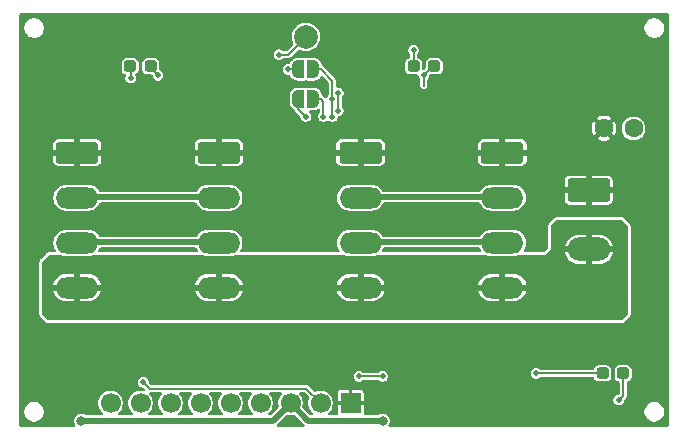
<source format=gbr>
%TF.GenerationSoftware,KiCad,Pcbnew,9.0.6*%
%TF.CreationDate,2025-12-21T18:24:03+01:00*%
%TF.ProjectId,repeater,72657065-6174-4657-922e-6b696361645f,rev?*%
%TF.SameCoordinates,Original*%
%TF.FileFunction,Copper,L2,Bot*%
%TF.FilePolarity,Positive*%
%FSLAX46Y46*%
G04 Gerber Fmt 4.6, Leading zero omitted, Abs format (unit mm)*
G04 Created by KiCad (PCBNEW 9.0.6) date 2025-12-21 18:24:03*
%MOMM*%
%LPD*%
G01*
G04 APERTURE LIST*
G04 Aperture macros list*
%AMRoundRect*
0 Rectangle with rounded corners*
0 $1 Rounding radius*
0 $2 $3 $4 $5 $6 $7 $8 $9 X,Y pos of 4 corners*
0 Add a 4 corners polygon primitive as box body*
4,1,4,$2,$3,$4,$5,$6,$7,$8,$9,$2,$3,0*
0 Add four circle primitives for the rounded corners*
1,1,$1+$1,$2,$3*
1,1,$1+$1,$4,$5*
1,1,$1+$1,$6,$7*
1,1,$1+$1,$8,$9*
0 Add four rect primitives between the rounded corners*
20,1,$1+$1,$2,$3,$4,$5,0*
20,1,$1+$1,$4,$5,$6,$7,0*
20,1,$1+$1,$6,$7,$8,$9,0*
20,1,$1+$1,$8,$9,$2,$3,0*%
%AMFreePoly0*
4,1,23,0.000000,0.745722,0.065263,0.745722,0.191342,0.711940,0.304381,0.646677,0.396677,0.554381,0.461940,0.441342,0.495722,0.315263,0.495722,0.250000,0.500000,0.250000,0.500000,-0.250000,0.495722,-0.250000,0.495722,-0.315263,0.461940,-0.441342,0.396677,-0.554381,0.304381,-0.646677,0.191342,-0.711940,0.065263,-0.745722,0.000000,-0.745722,0.000000,-0.750000,-0.500000,-0.750000,
-0.500000,0.750000,0.000000,0.750000,0.000000,0.745722,0.000000,0.745722,$1*%
%AMFreePoly1*
4,1,23,0.500000,-0.750000,0.000000,-0.750000,0.000000,-0.745722,-0.065263,-0.745722,-0.191342,-0.711940,-0.304381,-0.646677,-0.396677,-0.554381,-0.461940,-0.441342,-0.495722,-0.315263,-0.495722,-0.250000,-0.500000,-0.250000,-0.500000,0.250000,-0.495722,0.250000,-0.495722,0.315263,-0.461940,0.441342,-0.396677,0.554381,-0.304381,0.646677,-0.191342,0.711940,-0.065263,0.745722,0.000000,0.745722,
0.000000,0.750000,0.500000,0.750000,0.500000,-0.750000,0.500000,-0.750000,$1*%
G04 Aperture macros list end*
%TA.AperFunction,SMDPad,CuDef*%
%ADD10RoundRect,0.237500X-0.287500X-0.237500X0.287500X-0.237500X0.287500X0.237500X-0.287500X0.237500X0*%
%TD*%
%TA.AperFunction,SMDPad,CuDef*%
%ADD11RoundRect,0.237500X0.287500X0.237500X-0.287500X0.237500X-0.287500X-0.237500X0.287500X-0.237500X0*%
%TD*%
%TA.AperFunction,SMDPad,CuDef*%
%ADD12FreePoly0,0.000000*%
%TD*%
%TA.AperFunction,SMDPad,CuDef*%
%ADD13FreePoly1,0.000000*%
%TD*%
%TA.AperFunction,SMDPad,CuDef*%
%ADD14FreePoly0,180.000000*%
%TD*%
%TA.AperFunction,SMDPad,CuDef*%
%ADD15FreePoly1,180.000000*%
%TD*%
%TA.AperFunction,ComponentPad*%
%ADD16R,1.700000X1.700000*%
%TD*%
%TA.AperFunction,ComponentPad*%
%ADD17C,1.700000*%
%TD*%
%TA.AperFunction,ComponentPad*%
%ADD18C,1.600000*%
%TD*%
%TA.AperFunction,ComponentPad*%
%ADD19C,2.000000*%
%TD*%
%TA.AperFunction,ComponentPad*%
%ADD20O,3.600000X2.000000*%
%TD*%
%TA.AperFunction,ComponentPad*%
%ADD21RoundRect,0.250000X-1.550000X0.750000X-1.550000X-0.750000X1.550000X-0.750000X1.550000X0.750000X0*%
%TD*%
%TA.AperFunction,ComponentPad*%
%ADD22O,3.600000X1.800000*%
%TD*%
%TA.AperFunction,ComponentPad*%
%ADD23RoundRect,0.250000X-1.550000X0.650000X-1.550000X-0.650000X1.550000X-0.650000X1.550000X0.650000X0*%
%TD*%
%TA.AperFunction,ViaPad*%
%ADD24C,0.500000*%
%TD*%
%TA.AperFunction,ViaPad*%
%ADD25C,0.800000*%
%TD*%
%TA.AperFunction,Conductor*%
%ADD26C,0.200000*%
%TD*%
%TA.AperFunction,Conductor*%
%ADD27C,0.500000*%
%TD*%
G04 APERTURE END LIST*
D10*
%TO.P,D3,2,A*%
%TO.N,+5V*%
X111125000Y-54500000D03*
%TO.P,D3,1,K*%
%TO.N,Net-(D3-K)*%
X109375000Y-54500000D03*
%TD*%
D11*
%TO.P,D2,2,A*%
%TO.N,+5V*%
X133375001Y-54500000D03*
%TO.P,D2,1,K*%
%TO.N,Net-(D2-K)*%
X135124999Y-54500000D03*
%TD*%
%TO.P,D4,1,K*%
%TO.N,Net-(D4-K)*%
X151125000Y-80500000D03*
%TO.P,D4,2,A*%
%TO.N,+5V*%
X149375000Y-80500000D03*
%TD*%
D12*
%TO.P,JP3,2,B*%
%TO.N,/TX_0*%
X124899999Y-57250000D03*
D13*
%TO.P,JP3,1,A*%
%TO.N,/RX_1*%
X123600001Y-57250000D03*
%TD*%
D14*
%TO.P,JP2,2,B*%
%TO.N,/TX_1*%
X123600001Y-54750000D03*
D15*
%TO.P,JP2,1,A*%
%TO.N,/RX_0*%
X124899999Y-54750000D03*
%TD*%
D16*
%TO.P,J6,1,Pin_1*%
%TO.N,GND*%
X128040000Y-83000000D03*
D17*
%TO.P,J6,2,Pin_2*%
%TO.N,/VIO*%
X125500000Y-83000000D03*
%TO.P,J6,3,Pin_3*%
%TO.N,+5V*%
X122960001Y-83000000D03*
%TO.P,J6,4,Pin_4*%
%TO.N,/RX_0*%
X120420000Y-83000000D03*
%TO.P,J6,5,Pin_5*%
%TO.N,/TX_0*%
X117880000Y-83000000D03*
%TO.P,J6,6,Pin_6*%
%TO.N,/S_0*%
X115340000Y-83000000D03*
%TO.P,J6,7,Pin_7*%
%TO.N,/RX_1*%
X112800000Y-83000000D03*
%TO.P,J6,8,Pin_8*%
%TO.N,/TX_1*%
X110259999Y-83000000D03*
%TO.P,J6,9,Pin_9*%
%TO.N,/S_1*%
X107720000Y-83000000D03*
%TD*%
D18*
%TO.P,C3,1*%
%TO.N,+24V*%
X152000000Y-59750000D03*
%TO.P,C3,2*%
%TO.N,GND*%
X149500000Y-59750000D03*
%TD*%
D19*
%TO.P,TP1,1,1*%
%TO.N,/CLK*%
X124250000Y-52000000D03*
%TD*%
D20*
%TO.P,J1,2,Pin_2*%
%TO.N,VBUS*%
X148222500Y-70000000D03*
D21*
%TO.P,J1,1,Pin_1*%
%TO.N,GND*%
X148222500Y-65000000D03*
%TD*%
D22*
%TO.P,J3,4,Pin_4*%
%TO.N,VBUS*%
X116892500Y-73232501D03*
%TO.P,J3,3,Pin_3*%
%TO.N,/H_1*%
X116892500Y-69422500D03*
%TO.P,J3,2,Pin_2*%
%TO.N,/L_1*%
X116892500Y-65612500D03*
D23*
%TO.P,J3,1,Pin_1*%
%TO.N,GND*%
X116892500Y-61802500D03*
%TD*%
%TO.P,J4,1,Pin_1*%
%TO.N,GND*%
X140892500Y-61802500D03*
D22*
%TO.P,J4,2,Pin_2*%
%TO.N,/L_0*%
X140892500Y-65612500D03*
%TO.P,J4,3,Pin_3*%
%TO.N,/H_0*%
X140892500Y-69422500D03*
%TO.P,J4,4,Pin_4*%
%TO.N,VBUS*%
X140892500Y-73232501D03*
%TD*%
%TO.P,J2,4,Pin_4*%
%TO.N,VBUS*%
X128892500Y-73232501D03*
%TO.P,J2,3,Pin_3*%
%TO.N,/H_0*%
X128892500Y-69422500D03*
%TO.P,J2,2,Pin_2*%
%TO.N,/L_0*%
X128892500Y-65612500D03*
D23*
%TO.P,J2,1,Pin_1*%
%TO.N,GND*%
X128892500Y-61802500D03*
%TD*%
%TO.P,J5,1,Pin_1*%
%TO.N,GND*%
X104892500Y-61802500D03*
D22*
%TO.P,J5,2,Pin_2*%
%TO.N,/L_1*%
X104892500Y-65612500D03*
%TO.P,J5,3,Pin_3*%
%TO.N,/H_1*%
X104892500Y-69422500D03*
%TO.P,J5,4,Pin_4*%
%TO.N,VBUS*%
X104892500Y-73232501D03*
%TD*%
D24*
%TO.N,GND*%
X152401750Y-82401750D03*
X152401750Y-72401750D03*
X152401750Y-69901750D03*
X152401750Y-67401750D03*
X152401750Y-64901750D03*
X152401750Y-62401750D03*
X144901750Y-82401750D03*
X142401750Y-79901750D03*
X142401750Y-67401750D03*
X139901750Y-82401750D03*
X139901750Y-79901750D03*
X139901750Y-67401750D03*
X139901750Y-54901750D03*
X139901750Y-52401750D03*
X137401750Y-82401750D03*
X137401750Y-79901750D03*
X137401750Y-67401750D03*
X137401750Y-54901750D03*
X137401750Y-52401750D03*
X134901750Y-82401750D03*
X134901750Y-52401750D03*
X132401750Y-82401750D03*
X129901750Y-67401750D03*
X127401750Y-67401750D03*
X119901750Y-64901750D03*
X119901750Y-57401750D03*
X117401750Y-67401750D03*
X117401750Y-57401750D03*
X114901750Y-79901750D03*
X114901750Y-67401750D03*
X107401750Y-67401750D03*
X107401750Y-57401750D03*
X107401750Y-54901750D03*
X107401750Y-52401750D03*
X104901750Y-79901750D03*
X104901750Y-67401750D03*
X104901750Y-57401750D03*
X104901750Y-54901750D03*
X104901750Y-52401750D03*
X102401750Y-69901750D03*
X102401750Y-67401750D03*
X102401750Y-64901750D03*
X102401750Y-57401750D03*
X102401750Y-54901750D03*
X102401750Y-52401750D03*
X152250000Y-74750000D03*
X153000000Y-74750000D03*
X153750000Y-74750000D03*
X153750000Y-75500000D03*
X153000000Y-75500000D03*
X152250000Y-75500000D03*
%TO.N,+5V*%
X133375000Y-53125000D03*
%TO.N,GND*%
X111500000Y-68250000D03*
X111500000Y-66750000D03*
X111500000Y-67500000D03*
X135500000Y-67500000D03*
X135500000Y-66750000D03*
X135500000Y-68250000D03*
X150000000Y-77000000D03*
X150000000Y-77750000D03*
X150000000Y-78500000D03*
X150000000Y-79250000D03*
X152250000Y-76250000D03*
X153000000Y-76250000D03*
X150750000Y-79250000D03*
X151500000Y-79250000D03*
X152250000Y-79250000D03*
X153000000Y-79250000D03*
X153750000Y-79250000D03*
X153750000Y-76250000D03*
X153750000Y-77750000D03*
X153750000Y-77000000D03*
X153750000Y-78500000D03*
X133250000Y-56750000D03*
X113750000Y-56000000D03*
X115000000Y-56000000D03*
X115125000Y-54375000D03*
X116125000Y-51875000D03*
X118250000Y-51250000D03*
X131399999Y-54400000D03*
X131500000Y-56000000D03*
X129250000Y-55500000D03*
X128250000Y-55750000D03*
%TO.N,+5V*%
X111750000Y-55250000D03*
%TO.N,/CLK*%
X122000000Y-53500000D03*
%TO.N,/S_0*%
X127000000Y-56750000D03*
X127000000Y-58250000D03*
%TO.N,/TX_1*%
X122750000Y-54750000D03*
%TO.N,/RX_1*%
X124250000Y-58750000D03*
%TO.N,/RX_0*%
X126500000Y-57250000D03*
X126500000Y-58750000D03*
%TO.N,/TX_0*%
X125750000Y-58750000D03*
%TO.N,Net-(D3-K)*%
X109425000Y-55500000D03*
%TO.N,Net-(D2-K)*%
X134250000Y-55250000D03*
%TO.N,+5V*%
X143750000Y-80500000D03*
%TO.N,Net-(D4-K)*%
X150750000Y-82750000D03*
%TO.N,GND*%
X104250000Y-77500000D03*
X104250000Y-76750000D03*
X128250000Y-77500000D03*
X128250000Y-76750000D03*
X110500000Y-80500000D03*
X134500000Y-80500000D03*
X134500000Y-79000000D03*
X110500000Y-79000000D03*
X136250000Y-79750000D03*
X112250000Y-79750000D03*
X119500000Y-79000000D03*
X120250000Y-78250000D03*
%TO.N,/VIO*%
X110500000Y-81250000D03*
X128750000Y-80750000D03*
X130750000Y-80750000D03*
%TO.N,GND*%
X125500000Y-76500000D03*
X100500000Y-75750000D03*
X101500000Y-76250000D03*
X101500000Y-77500000D03*
X125500000Y-77500000D03*
X124058073Y-77503489D03*
D25*
%TO.N,+5V*%
X105250000Y-84500000D03*
X130750000Y-84500000D03*
D24*
%TO.N,GND*%
X145250000Y-57000000D03*
X139250000Y-76750000D03*
X137500000Y-77500000D03*
X152000000Y-56500000D03*
X140250000Y-76750000D03*
X139000000Y-77500000D03*
X150999999Y-54500000D03*
X147500001Y-56000000D03*
X149500000Y-53750000D03*
X118250000Y-77500000D03*
X145250000Y-58500000D03*
X140250000Y-78250000D03*
X115250000Y-78250000D03*
X148500000Y-53750000D03*
X147500000Y-53750000D03*
X152000000Y-54500000D03*
X151000000Y-53750000D03*
X151000000Y-56500000D03*
X144500000Y-58500000D03*
X113500000Y-77500000D03*
X115000000Y-77500000D03*
X141250000Y-77500000D03*
X115250000Y-76750000D03*
X148499999Y-56000000D03*
X148500000Y-56750000D03*
X139250000Y-78250000D03*
X116250000Y-76750000D03*
X143750000Y-58000000D03*
X143750000Y-57000000D03*
X152000000Y-53750000D03*
X142250000Y-77500000D03*
X117250000Y-77500000D03*
X116250000Y-78250000D03*
X147500000Y-56750000D03*
%TD*%
D26*
%TO.N,Net-(D3-K)*%
X109425000Y-55500000D02*
X109425000Y-54550000D01*
X109425000Y-54550000D02*
X109375000Y-54500000D01*
%TO.N,+5V*%
X111750000Y-55250000D02*
X111125000Y-54625000D01*
X111125000Y-54625000D02*
X111125000Y-54500000D01*
X133375000Y-53125000D02*
X133375001Y-53125001D01*
X133375001Y-53125001D02*
X133375001Y-54500000D01*
%TO.N,Net-(D2-K)*%
X135124999Y-54500000D02*
X135000000Y-54500000D01*
X135000000Y-54500000D02*
X134250000Y-55250000D01*
%TO.N,/CLK*%
X124250000Y-52000000D02*
X122750000Y-53500000D01*
X122750000Y-53500000D02*
X122000000Y-53500000D01*
%TO.N,+5V*%
X143750000Y-80500000D02*
X149375000Y-80500000D01*
%TO.N,Net-(D4-K)*%
X150750000Y-82750000D02*
X151125000Y-82375000D01*
X151125000Y-82375000D02*
X151125000Y-80500000D01*
%TO.N,/S_0*%
X127000000Y-58250000D02*
X127000000Y-56750000D01*
%TO.N,/VIO*%
X125500000Y-83000000D02*
X124284854Y-81784854D01*
X124284854Y-81784854D02*
X111034854Y-81784854D01*
X111034854Y-81784854D02*
X110500000Y-81250000D01*
%TO.N,/TX_1*%
X122750000Y-54750000D02*
X123600001Y-54750000D01*
%TO.N,/RX_0*%
X124899999Y-54750000D02*
X125500000Y-54750000D01*
X125500000Y-54750000D02*
X126500000Y-55750000D01*
X126500000Y-55750000D02*
X126500000Y-57250000D01*
%TO.N,/TX_0*%
X124899999Y-57250000D02*
X125500000Y-57250000D01*
X125750000Y-57500000D02*
X125750000Y-58750000D01*
X125500000Y-57250000D02*
X125750000Y-57500000D01*
%TO.N,/RX_1*%
X124250000Y-58750000D02*
X123600001Y-58100001D01*
X123600001Y-58100001D02*
X123600001Y-57250000D01*
D27*
%TO.N,+5V*%
X122960001Y-83000000D02*
X122960000Y-83000000D01*
D26*
%TO.N,/RX_0*%
X126500000Y-58750000D02*
X126500000Y-57250000D01*
%TO.N,Net-(D2-K)*%
X134250000Y-56125001D02*
X134250000Y-55250000D01*
%TO.N,/VIO*%
X128750000Y-80750000D02*
X130750000Y-80750000D01*
D27*
%TO.N,+5V*%
X130750000Y-84500000D02*
X124460000Y-84500000D01*
X124460000Y-84500000D02*
X122960000Y-83000000D01*
X105250000Y-84500000D02*
X121460000Y-84500000D01*
X121460000Y-84500000D02*
X122960000Y-83000000D01*
%TO.N,/H_1*%
X116892500Y-69387500D02*
X104892500Y-69387500D01*
%TO.N,/L_1*%
X116892500Y-65577500D02*
X104892500Y-65577500D01*
%TO.N,/H_0*%
X140892500Y-69387500D02*
X128892500Y-69387500D01*
%TO.N,/L_0*%
X140892500Y-65577500D02*
X128892500Y-65577500D01*
%TD*%
%TA.AperFunction,Conductor*%
%TO.N,VBUS*%
G36*
X151015677Y-67519685D02*
G01*
X151036319Y-67536319D01*
X151463681Y-67963681D01*
X151497166Y-68025004D01*
X151500000Y-68051362D01*
X151500000Y-75448638D01*
X151480315Y-75515677D01*
X151463681Y-75536319D01*
X151036319Y-75963681D01*
X150974996Y-75997166D01*
X150948638Y-76000000D01*
X125567758Y-76000000D01*
X125565892Y-75999500D01*
X125434108Y-75999500D01*
X125432242Y-76000000D01*
X102503960Y-76000000D01*
X102436921Y-75980315D01*
X102416279Y-75963681D01*
X101988917Y-75536319D01*
X101955432Y-75474996D01*
X101952598Y-75448638D01*
X101952598Y-72982501D01*
X102867761Y-72982501D01*
X104344018Y-72982501D01*
X104333389Y-73000910D01*
X104292500Y-73153510D01*
X104292500Y-73311492D01*
X104333389Y-73464092D01*
X104344018Y-73482501D01*
X102867761Y-73482501D01*
X102870815Y-73501786D01*
X102870818Y-73501796D01*
X102926750Y-73673942D01*
X102926752Y-73673948D01*
X103008934Y-73835235D01*
X103115323Y-73981670D01*
X103243330Y-74109677D01*
X103389765Y-74216066D01*
X103551052Y-74298248D01*
X103551055Y-74298249D01*
X103723206Y-74354183D01*
X103901994Y-74382501D01*
X104642500Y-74382501D01*
X104642500Y-73780983D01*
X104660909Y-73791612D01*
X104813509Y-73832501D01*
X104971491Y-73832501D01*
X105124091Y-73791612D01*
X105142500Y-73780983D01*
X105142500Y-74382501D01*
X105883006Y-74382501D01*
X106061793Y-74354183D01*
X106233944Y-74298249D01*
X106233947Y-74298248D01*
X106395234Y-74216066D01*
X106541669Y-74109677D01*
X106669676Y-73981670D01*
X106776065Y-73835235D01*
X106858247Y-73673948D01*
X106858249Y-73673942D01*
X106914181Y-73501796D01*
X106914184Y-73501786D01*
X106917239Y-73482501D01*
X105440982Y-73482501D01*
X105451611Y-73464092D01*
X105492500Y-73311492D01*
X105492500Y-73153510D01*
X105451611Y-73000910D01*
X105440982Y-72982501D01*
X106917239Y-72982501D01*
X114867761Y-72982501D01*
X116344018Y-72982501D01*
X116333389Y-73000910D01*
X116292500Y-73153510D01*
X116292500Y-73311492D01*
X116333389Y-73464092D01*
X116344018Y-73482501D01*
X114867761Y-73482501D01*
X114870815Y-73501786D01*
X114870818Y-73501796D01*
X114926750Y-73673942D01*
X114926752Y-73673948D01*
X115008934Y-73835235D01*
X115115323Y-73981670D01*
X115243330Y-74109677D01*
X115389765Y-74216066D01*
X115551052Y-74298248D01*
X115551055Y-74298249D01*
X115723206Y-74354183D01*
X115901994Y-74382501D01*
X116642500Y-74382501D01*
X116642500Y-73780983D01*
X116660909Y-73791612D01*
X116813509Y-73832501D01*
X116971491Y-73832501D01*
X117124091Y-73791612D01*
X117142500Y-73780983D01*
X117142500Y-74382501D01*
X117883006Y-74382501D01*
X118061793Y-74354183D01*
X118233944Y-74298249D01*
X118233947Y-74298248D01*
X118395234Y-74216066D01*
X118541669Y-74109677D01*
X118669676Y-73981670D01*
X118776065Y-73835235D01*
X118858247Y-73673948D01*
X118858249Y-73673942D01*
X118914181Y-73501796D01*
X118914184Y-73501786D01*
X118917239Y-73482501D01*
X117440982Y-73482501D01*
X117451611Y-73464092D01*
X117492500Y-73311492D01*
X117492500Y-73153510D01*
X117451611Y-73000910D01*
X117440982Y-72982501D01*
X118917239Y-72982501D01*
X126867761Y-72982501D01*
X128344018Y-72982501D01*
X128333389Y-73000910D01*
X128292500Y-73153510D01*
X128292500Y-73311492D01*
X128333389Y-73464092D01*
X128344018Y-73482501D01*
X126867761Y-73482501D01*
X126870815Y-73501786D01*
X126870818Y-73501796D01*
X126926750Y-73673942D01*
X126926752Y-73673948D01*
X127008934Y-73835235D01*
X127115323Y-73981670D01*
X127243330Y-74109677D01*
X127389765Y-74216066D01*
X127551052Y-74298248D01*
X127551055Y-74298249D01*
X127723206Y-74354183D01*
X127901994Y-74382501D01*
X128642500Y-74382501D01*
X128642500Y-73780983D01*
X128660909Y-73791612D01*
X128813509Y-73832501D01*
X128971491Y-73832501D01*
X129124091Y-73791612D01*
X129142500Y-73780983D01*
X129142500Y-74382501D01*
X129883006Y-74382501D01*
X130061793Y-74354183D01*
X130233944Y-74298249D01*
X130233947Y-74298248D01*
X130395234Y-74216066D01*
X130541669Y-74109677D01*
X130669676Y-73981670D01*
X130776065Y-73835235D01*
X130858247Y-73673948D01*
X130858249Y-73673942D01*
X130914181Y-73501796D01*
X130914184Y-73501786D01*
X130917239Y-73482501D01*
X129440982Y-73482501D01*
X129451611Y-73464092D01*
X129492500Y-73311492D01*
X129492500Y-73153510D01*
X129451611Y-73000910D01*
X129440982Y-72982501D01*
X130917239Y-72982501D01*
X138867761Y-72982501D01*
X140344018Y-72982501D01*
X140333389Y-73000910D01*
X140292500Y-73153510D01*
X140292500Y-73311492D01*
X140333389Y-73464092D01*
X140344018Y-73482501D01*
X138867761Y-73482501D01*
X138870815Y-73501786D01*
X138870818Y-73501796D01*
X138926750Y-73673942D01*
X138926752Y-73673948D01*
X139008934Y-73835235D01*
X139115323Y-73981670D01*
X139243330Y-74109677D01*
X139389765Y-74216066D01*
X139551052Y-74298248D01*
X139551055Y-74298249D01*
X139723206Y-74354183D01*
X139901994Y-74382501D01*
X140642500Y-74382501D01*
X140642500Y-73780983D01*
X140660909Y-73791612D01*
X140813509Y-73832501D01*
X140971491Y-73832501D01*
X141124091Y-73791612D01*
X141142500Y-73780983D01*
X141142500Y-74382501D01*
X141883006Y-74382501D01*
X142061793Y-74354183D01*
X142233944Y-74298249D01*
X142233947Y-74298248D01*
X142395234Y-74216066D01*
X142541669Y-74109677D01*
X142669676Y-73981670D01*
X142776065Y-73835235D01*
X142858247Y-73673948D01*
X142858249Y-73673942D01*
X142914181Y-73501796D01*
X142914184Y-73501786D01*
X142917239Y-73482501D01*
X141440982Y-73482501D01*
X141451611Y-73464092D01*
X141492500Y-73311492D01*
X141492500Y-73153510D01*
X141451611Y-73000910D01*
X141440982Y-72982501D01*
X142917239Y-72982501D01*
X142914184Y-72963215D01*
X142914181Y-72963205D01*
X142858249Y-72791059D01*
X142858247Y-72791053D01*
X142776065Y-72629766D01*
X142669676Y-72483331D01*
X142541669Y-72355324D01*
X142395234Y-72248935D01*
X142233947Y-72166753D01*
X142233944Y-72166752D01*
X142061793Y-72110818D01*
X141883006Y-72082501D01*
X141142500Y-72082501D01*
X141142500Y-72684018D01*
X141124091Y-72673390D01*
X140971491Y-72632501D01*
X140813509Y-72632501D01*
X140660909Y-72673390D01*
X140642500Y-72684018D01*
X140642500Y-72082501D01*
X139901994Y-72082501D01*
X139723206Y-72110818D01*
X139551055Y-72166752D01*
X139551052Y-72166753D01*
X139389765Y-72248935D01*
X139243330Y-72355324D01*
X139115323Y-72483331D01*
X139008934Y-72629766D01*
X138926752Y-72791053D01*
X138926750Y-72791059D01*
X138870818Y-72963205D01*
X138870815Y-72963215D01*
X138867761Y-72982501D01*
X130917239Y-72982501D01*
X130914184Y-72963215D01*
X130914181Y-72963205D01*
X130858249Y-72791059D01*
X130858247Y-72791053D01*
X130776065Y-72629766D01*
X130669676Y-72483331D01*
X130541669Y-72355324D01*
X130395234Y-72248935D01*
X130233947Y-72166753D01*
X130233944Y-72166752D01*
X130061793Y-72110818D01*
X129883006Y-72082501D01*
X129142500Y-72082501D01*
X129142500Y-72684018D01*
X129124091Y-72673390D01*
X128971491Y-72632501D01*
X128813509Y-72632501D01*
X128660909Y-72673390D01*
X128642500Y-72684018D01*
X128642500Y-72082501D01*
X127901994Y-72082501D01*
X127723206Y-72110818D01*
X127551055Y-72166752D01*
X127551052Y-72166753D01*
X127389765Y-72248935D01*
X127243330Y-72355324D01*
X127115323Y-72483331D01*
X127008934Y-72629766D01*
X126926752Y-72791053D01*
X126926750Y-72791059D01*
X126870818Y-72963205D01*
X126870815Y-72963215D01*
X126867761Y-72982501D01*
X118917239Y-72982501D01*
X118914184Y-72963215D01*
X118914181Y-72963205D01*
X118858249Y-72791059D01*
X118858247Y-72791053D01*
X118776065Y-72629766D01*
X118669676Y-72483331D01*
X118541669Y-72355324D01*
X118395234Y-72248935D01*
X118233947Y-72166753D01*
X118233944Y-72166752D01*
X118061793Y-72110818D01*
X117883006Y-72082501D01*
X117142500Y-72082501D01*
X117142500Y-72684018D01*
X117124091Y-72673390D01*
X116971491Y-72632501D01*
X116813509Y-72632501D01*
X116660909Y-72673390D01*
X116642500Y-72684018D01*
X116642500Y-72082501D01*
X115901994Y-72082501D01*
X115723206Y-72110818D01*
X115551055Y-72166752D01*
X115551052Y-72166753D01*
X115389765Y-72248935D01*
X115243330Y-72355324D01*
X115115323Y-72483331D01*
X115008934Y-72629766D01*
X114926752Y-72791053D01*
X114926750Y-72791059D01*
X114870818Y-72963205D01*
X114870815Y-72963215D01*
X114867761Y-72982501D01*
X106917239Y-72982501D01*
X106914184Y-72963215D01*
X106914181Y-72963205D01*
X106858249Y-72791059D01*
X106858247Y-72791053D01*
X106776065Y-72629766D01*
X106669676Y-72483331D01*
X106541669Y-72355324D01*
X106395234Y-72248935D01*
X106233947Y-72166753D01*
X106233944Y-72166752D01*
X106061793Y-72110818D01*
X105883006Y-72082501D01*
X105142500Y-72082501D01*
X105142500Y-72684018D01*
X105124091Y-72673390D01*
X104971491Y-72632501D01*
X104813509Y-72632501D01*
X104660909Y-72673390D01*
X104642500Y-72684018D01*
X104642500Y-72082501D01*
X103901994Y-72082501D01*
X103723206Y-72110818D01*
X103551055Y-72166752D01*
X103551052Y-72166753D01*
X103389765Y-72248935D01*
X103243330Y-72355324D01*
X103115323Y-72483331D01*
X103008934Y-72629766D01*
X102926752Y-72791053D01*
X102926750Y-72791059D01*
X102870818Y-72963205D01*
X102870815Y-72963215D01*
X102867761Y-72982501D01*
X101952598Y-72982501D01*
X101952598Y-71051362D01*
X101972283Y-70984323D01*
X101988917Y-70963681D01*
X102416279Y-70536319D01*
X102477602Y-70502834D01*
X102503960Y-70500000D01*
X103565967Y-70500000D01*
X103604283Y-70506068D01*
X103652856Y-70521850D01*
X103723090Y-70544671D01*
X103901949Y-70573000D01*
X103901954Y-70573000D01*
X105883051Y-70573000D01*
X106061909Y-70544671D01*
X106087614Y-70536319D01*
X106180716Y-70506068D01*
X106219033Y-70500000D01*
X115565967Y-70500000D01*
X115604283Y-70506068D01*
X115652856Y-70521850D01*
X115723090Y-70544671D01*
X115901949Y-70573000D01*
X115901954Y-70573000D01*
X117883051Y-70573000D01*
X118061909Y-70544671D01*
X118087614Y-70536319D01*
X118180716Y-70506068D01*
X118219033Y-70500000D01*
X127565967Y-70500000D01*
X127604283Y-70506068D01*
X127652856Y-70521850D01*
X127723090Y-70544671D01*
X127901949Y-70573000D01*
X127901954Y-70573000D01*
X129883051Y-70573000D01*
X130061909Y-70544671D01*
X130087614Y-70536319D01*
X130180716Y-70506068D01*
X130219033Y-70500000D01*
X139565967Y-70500000D01*
X139604283Y-70506068D01*
X139652856Y-70521850D01*
X139723090Y-70544671D01*
X139901949Y-70573000D01*
X139901954Y-70573000D01*
X141883051Y-70573000D01*
X142061909Y-70544671D01*
X142087614Y-70536319D01*
X142180716Y-70506068D01*
X142219033Y-70500000D01*
X144500000Y-70500000D01*
X145000000Y-70000000D01*
X145000000Y-69750000D01*
X146196516Y-69750000D01*
X147568379Y-69750000D01*
X147549401Y-69795818D01*
X147522500Y-69931056D01*
X147522500Y-70068944D01*
X147549401Y-70204182D01*
X147568379Y-70250000D01*
X146196516Y-70250000D01*
X146203281Y-70292716D01*
X146264081Y-70479837D01*
X146353404Y-70655143D01*
X146469055Y-70814321D01*
X146608178Y-70953444D01*
X146767356Y-71069095D01*
X146942664Y-71158418D01*
X147129794Y-71219221D01*
X147324118Y-71250000D01*
X147972500Y-71250000D01*
X147972500Y-70654120D01*
X148018318Y-70673099D01*
X148153556Y-70700000D01*
X148291444Y-70700000D01*
X148426682Y-70673099D01*
X148472500Y-70654120D01*
X148472500Y-71250000D01*
X149120882Y-71250000D01*
X149315205Y-71219221D01*
X149502335Y-71158418D01*
X149677643Y-71069095D01*
X149836821Y-70953444D01*
X149975944Y-70814321D01*
X150091595Y-70655143D01*
X150180918Y-70479837D01*
X150241718Y-70292716D01*
X150248484Y-70250000D01*
X148876621Y-70250000D01*
X148895599Y-70204182D01*
X148922500Y-70068944D01*
X148922500Y-69931056D01*
X148895599Y-69795818D01*
X148876621Y-69750000D01*
X150248484Y-69750000D01*
X150241718Y-69707283D01*
X150180918Y-69520162D01*
X150091595Y-69344856D01*
X149975944Y-69185678D01*
X149836821Y-69046555D01*
X149677643Y-68930904D01*
X149502335Y-68841581D01*
X149315205Y-68780778D01*
X149120882Y-68750000D01*
X148472500Y-68750000D01*
X148472500Y-69345879D01*
X148426682Y-69326901D01*
X148291444Y-69300000D01*
X148153556Y-69300000D01*
X148018318Y-69326901D01*
X147972500Y-69345879D01*
X147972500Y-68750000D01*
X147324118Y-68750000D01*
X147129794Y-68780778D01*
X146942664Y-68841581D01*
X146767356Y-68930904D01*
X146608178Y-69046555D01*
X146469055Y-69185678D01*
X146353404Y-69344856D01*
X146264081Y-69520162D01*
X146203281Y-69707283D01*
X146196516Y-69750000D01*
X145000000Y-69750000D01*
X145000000Y-68051362D01*
X145019685Y-67984323D01*
X145036319Y-67963681D01*
X145463681Y-67536319D01*
X145525004Y-67502834D01*
X145551362Y-67500000D01*
X150948638Y-67500000D01*
X151015677Y-67519685D01*
G37*
%TD.AperFunction*%
%TD*%
%TA.AperFunction,Conductor*%
%TO.N,GND*%
G36*
X154942539Y-50020185D02*
G01*
X154988294Y-50072989D01*
X154999500Y-50124500D01*
X154999500Y-84875500D01*
X154979815Y-84942539D01*
X154927011Y-84988294D01*
X154875500Y-84999500D01*
X131369786Y-84999500D01*
X131302747Y-84979815D01*
X131256992Y-84927011D01*
X131247048Y-84857853D01*
X131262398Y-84813501D01*
X131277225Y-84787819D01*
X131309577Y-84731784D01*
X131350500Y-84579057D01*
X131350500Y-84420943D01*
X131309577Y-84268216D01*
X131309573Y-84268209D01*
X131230524Y-84131290D01*
X131230518Y-84131282D01*
X131118717Y-84019481D01*
X131118709Y-84019475D01*
X130981790Y-83940426D01*
X130981786Y-83940424D01*
X130981784Y-83940423D01*
X130829057Y-83899500D01*
X130670943Y-83899500D01*
X130518216Y-83940423D01*
X130518209Y-83940426D01*
X130381290Y-84019475D01*
X130375557Y-84023875D01*
X130310388Y-84049070D01*
X130300069Y-84049500D01*
X129256310Y-84049500D01*
X129189271Y-84029815D01*
X129143516Y-83977011D01*
X129133572Y-83907853D01*
X129134692Y-83901310D01*
X129140000Y-83874623D01*
X129140000Y-83668592D01*
X152923500Y-83668592D01*
X152923500Y-83831407D01*
X152955259Y-83991073D01*
X152955262Y-83991082D01*
X153017562Y-84141490D01*
X153017563Y-84141492D01*
X153108015Y-84276862D01*
X153108018Y-84276866D01*
X153223133Y-84391981D01*
X153223137Y-84391984D01*
X153358505Y-84482435D01*
X153358506Y-84482435D01*
X153358507Y-84482436D01*
X153358509Y-84482437D01*
X153458781Y-84523970D01*
X153508919Y-84544738D01*
X153508921Y-84544738D01*
X153508926Y-84544740D01*
X153668592Y-84576499D01*
X153668595Y-84576500D01*
X153668597Y-84576500D01*
X153831405Y-84576500D01*
X153831406Y-84576499D01*
X153884629Y-84565912D01*
X153991073Y-84544740D01*
X153991076Y-84544738D01*
X153991081Y-84544738D01*
X154141495Y-84482435D01*
X154276863Y-84391984D01*
X154391984Y-84276863D01*
X154482435Y-84141495D01*
X154544738Y-83991081D01*
X154544830Y-83990621D01*
X154576499Y-83831407D01*
X154576500Y-83831405D01*
X154576500Y-83668594D01*
X154576499Y-83668592D01*
X154544740Y-83508926D01*
X154544737Y-83508917D01*
X154482437Y-83358509D01*
X154482436Y-83358507D01*
X154479102Y-83353518D01*
X154391984Y-83223137D01*
X154391981Y-83223133D01*
X154276866Y-83108018D01*
X154276862Y-83108015D01*
X154141492Y-83017563D01*
X154141490Y-83017562D01*
X153991082Y-82955262D01*
X153991073Y-82955259D01*
X153831406Y-82923500D01*
X153831403Y-82923500D01*
X153668597Y-82923500D01*
X153668594Y-82923500D01*
X153508926Y-82955259D01*
X153508917Y-82955262D01*
X153358509Y-83017562D01*
X153358507Y-83017563D01*
X153223137Y-83108015D01*
X153223133Y-83108018D01*
X153108018Y-83223133D01*
X153108015Y-83223137D01*
X153017563Y-83358507D01*
X153017562Y-83358509D01*
X152955262Y-83508917D01*
X152955259Y-83508926D01*
X152923500Y-83668592D01*
X129140000Y-83668592D01*
X129140000Y-83150000D01*
X128517445Y-83150000D01*
X128540000Y-83065826D01*
X128540000Y-82934174D01*
X128517445Y-82850000D01*
X129140000Y-82850000D01*
X129140000Y-82690691D01*
X150299500Y-82690691D01*
X150299500Y-82809309D01*
X150330201Y-82923886D01*
X150389511Y-83026613D01*
X150473387Y-83110489D01*
X150576114Y-83169799D01*
X150690691Y-83200500D01*
X150690694Y-83200500D01*
X150809306Y-83200500D01*
X150809309Y-83200500D01*
X150923886Y-83169799D01*
X151026613Y-83110489D01*
X151110489Y-83026613D01*
X151169799Y-82923886D01*
X151200500Y-82809309D01*
X151200500Y-82775833D01*
X151220185Y-82708794D01*
X151236819Y-82688152D01*
X151365460Y-82559511D01*
X151387357Y-82521584D01*
X151405021Y-82490989D01*
X151425500Y-82414562D01*
X151425500Y-81284974D01*
X151445185Y-81217935D01*
X151497989Y-81172180D01*
X151508545Y-81167933D01*
X151545027Y-81155166D01*
X151619475Y-81129116D01*
X151725711Y-81050711D01*
X151804116Y-80944475D01*
X151847725Y-80819849D01*
X151849367Y-80802338D01*
X151850500Y-80790260D01*
X151850500Y-80209739D01*
X151847725Y-80180150D01*
X151812751Y-80080202D01*
X151804116Y-80055525D01*
X151799669Y-80049500D01*
X151725711Y-79949289D01*
X151725710Y-79949288D01*
X151619476Y-79870884D01*
X151494848Y-79827274D01*
X151494849Y-79827274D01*
X151465260Y-79824500D01*
X151465256Y-79824500D01*
X150784744Y-79824500D01*
X150784740Y-79824500D01*
X150755150Y-79827274D01*
X150630523Y-79870884D01*
X150524289Y-79949288D01*
X150524288Y-79949289D01*
X150445884Y-80055523D01*
X150402274Y-80180150D01*
X150399500Y-80209739D01*
X150399500Y-80790260D01*
X150402274Y-80819849D01*
X150445884Y-80944476D01*
X150524133Y-81050500D01*
X150524289Y-81050711D01*
X150630525Y-81129116D01*
X150693775Y-81151248D01*
X150741455Y-81167933D01*
X150798231Y-81208655D01*
X150823978Y-81273608D01*
X150824500Y-81284974D01*
X150824500Y-82175500D01*
X150804815Y-82242539D01*
X150752011Y-82288294D01*
X150700500Y-82299500D01*
X150690691Y-82299500D01*
X150576114Y-82330201D01*
X150576112Y-82330201D01*
X150576112Y-82330202D01*
X150473387Y-82389511D01*
X150473384Y-82389513D01*
X150389513Y-82473384D01*
X150389511Y-82473387D01*
X150379346Y-82490994D01*
X150330201Y-82576114D01*
X150299500Y-82690691D01*
X129140000Y-82690691D01*
X129140000Y-82125373D01*
X129139999Y-82125371D01*
X129125496Y-82052459D01*
X129125494Y-82052455D01*
X129070239Y-81969760D01*
X128987544Y-81914505D01*
X128987540Y-81914503D01*
X128914627Y-81900000D01*
X128190000Y-81900000D01*
X128190000Y-82522554D01*
X128105826Y-82500000D01*
X127974174Y-82500000D01*
X127890000Y-82522554D01*
X127890000Y-81900000D01*
X127165373Y-81900000D01*
X127092459Y-81914503D01*
X127092455Y-81914505D01*
X127009760Y-81969760D01*
X126954505Y-82052455D01*
X126954503Y-82052459D01*
X126940000Y-82125371D01*
X126940000Y-82850000D01*
X127562555Y-82850000D01*
X127540000Y-82934174D01*
X127540000Y-83065826D01*
X127562555Y-83150000D01*
X126940000Y-83150000D01*
X126940000Y-83874623D01*
X126945308Y-83901310D01*
X126939079Y-83970901D01*
X126896216Y-84026078D01*
X126830326Y-84049322D01*
X126823690Y-84049500D01*
X126228937Y-84049500D01*
X126161898Y-84029815D01*
X126116143Y-83977011D01*
X126106199Y-83907853D01*
X126135224Y-83844297D01*
X126160046Y-83822398D01*
X126164236Y-83819597D01*
X126169655Y-83815977D01*
X126315977Y-83669655D01*
X126430941Y-83497598D01*
X126510130Y-83306420D01*
X126550500Y-83103465D01*
X126550500Y-82896535D01*
X126510130Y-82693580D01*
X126430941Y-82502402D01*
X126315977Y-82330345D01*
X126315975Y-82330342D01*
X126169657Y-82184024D01*
X126051446Y-82105039D01*
X125997598Y-82069059D01*
X125987499Y-82064876D01*
X125806420Y-81989870D01*
X125806412Y-81989868D01*
X125603469Y-81949500D01*
X125603465Y-81949500D01*
X125396535Y-81949500D01*
X125396530Y-81949500D01*
X125193587Y-81989868D01*
X125193579Y-81989870D01*
X125073029Y-82039804D01*
X125003559Y-82047273D01*
X124941080Y-82015998D01*
X124937895Y-82012924D01*
X124469366Y-81544395D01*
X124469361Y-81544391D01*
X124438566Y-81526612D01*
X124438566Y-81526611D01*
X124438564Y-81526611D01*
X124400848Y-81504835D01*
X124400845Y-81504833D01*
X124362629Y-81494593D01*
X124324416Y-81484354D01*
X124324414Y-81484354D01*
X111210687Y-81484354D01*
X111181246Y-81475709D01*
X111151260Y-81469186D01*
X111146244Y-81465431D01*
X111143648Y-81464669D01*
X111123006Y-81448035D01*
X110986819Y-81311848D01*
X110953334Y-81250525D01*
X110950500Y-81224167D01*
X110950500Y-81190693D01*
X110950500Y-81190691D01*
X110919799Y-81076114D01*
X110860489Y-80973387D01*
X110776613Y-80889511D01*
X110673886Y-80830201D01*
X110569901Y-80802338D01*
X110563041Y-80800500D01*
X110559309Y-80799500D01*
X110440691Y-80799500D01*
X110326114Y-80830201D01*
X110326112Y-80830201D01*
X110326112Y-80830202D01*
X110223387Y-80889511D01*
X110223384Y-80889513D01*
X110139513Y-80973384D01*
X110139511Y-80973387D01*
X110094868Y-81050711D01*
X110080201Y-81076114D01*
X110049500Y-81190691D01*
X110049500Y-81309309D01*
X110080201Y-81423886D01*
X110139511Y-81526613D01*
X110223387Y-81610489D01*
X110326114Y-81669799D01*
X110440691Y-81700500D01*
X110474167Y-81700500D01*
X110503607Y-81709144D01*
X110533594Y-81715668D01*
X110538609Y-81719422D01*
X110541206Y-81720185D01*
X110561848Y-81736819D01*
X110587551Y-81762522D01*
X110621036Y-81823845D01*
X110616052Y-81893537D01*
X110574180Y-81949470D01*
X110508716Y-81973887D01*
X110475679Y-81971820D01*
X110363468Y-81949500D01*
X110363464Y-81949500D01*
X110156534Y-81949500D01*
X110156529Y-81949500D01*
X109953586Y-81989868D01*
X109953578Y-81989870D01*
X109762402Y-82069058D01*
X109590341Y-82184024D01*
X109444023Y-82330342D01*
X109329057Y-82502403D01*
X109249869Y-82693579D01*
X109249867Y-82693587D01*
X109209499Y-82896530D01*
X109209499Y-83103469D01*
X109249867Y-83306412D01*
X109249869Y-83306420D01*
X109315938Y-83465925D01*
X109329058Y-83497598D01*
X109336627Y-83508926D01*
X109444023Y-83669657D01*
X109590340Y-83815974D01*
X109590344Y-83815977D01*
X109599953Y-83822398D01*
X109644758Y-83876011D01*
X109653465Y-83945336D01*
X109623310Y-84008363D01*
X109563867Y-84045082D01*
X109531062Y-84049500D01*
X108448937Y-84049500D01*
X108381898Y-84029815D01*
X108336143Y-83977011D01*
X108326199Y-83907853D01*
X108355224Y-83844297D01*
X108380046Y-83822398D01*
X108384236Y-83819597D01*
X108389655Y-83815977D01*
X108535977Y-83669655D01*
X108650941Y-83497598D01*
X108730130Y-83306420D01*
X108770500Y-83103465D01*
X108770500Y-82896535D01*
X108730130Y-82693580D01*
X108650941Y-82502402D01*
X108535977Y-82330345D01*
X108535975Y-82330342D01*
X108389657Y-82184024D01*
X108271446Y-82105039D01*
X108217598Y-82069059D01*
X108207499Y-82064876D01*
X108026420Y-81989870D01*
X108026412Y-81989868D01*
X107823469Y-81949500D01*
X107823465Y-81949500D01*
X107616535Y-81949500D01*
X107616530Y-81949500D01*
X107413587Y-81989868D01*
X107413579Y-81989870D01*
X107222403Y-82069058D01*
X107050342Y-82184024D01*
X106904024Y-82330342D01*
X106789058Y-82502403D01*
X106709870Y-82693579D01*
X106709868Y-82693587D01*
X106669500Y-82896530D01*
X106669500Y-83103469D01*
X106709868Y-83306412D01*
X106709870Y-83306420D01*
X106775939Y-83465925D01*
X106789059Y-83497598D01*
X106796628Y-83508926D01*
X106904024Y-83669657D01*
X107050341Y-83815974D01*
X107050345Y-83815977D01*
X107059954Y-83822398D01*
X107104759Y-83876011D01*
X107113466Y-83945336D01*
X107083311Y-84008363D01*
X107023868Y-84045082D01*
X106991063Y-84049500D01*
X105699931Y-84049500D01*
X105632892Y-84029815D01*
X105624443Y-84023875D01*
X105618709Y-84019475D01*
X105481790Y-83940426D01*
X105481786Y-83940424D01*
X105481784Y-83940423D01*
X105329057Y-83899500D01*
X105170943Y-83899500D01*
X105018216Y-83940423D01*
X105018209Y-83940426D01*
X104881290Y-84019475D01*
X104881282Y-84019481D01*
X104769481Y-84131282D01*
X104769475Y-84131290D01*
X104690426Y-84268209D01*
X104690423Y-84268216D01*
X104649500Y-84420943D01*
X104649500Y-84579056D01*
X104690423Y-84731783D01*
X104690423Y-84731784D01*
X104737602Y-84813501D01*
X104754074Y-84881401D01*
X104731221Y-84947428D01*
X104676299Y-84990618D01*
X104630214Y-84999500D01*
X100124500Y-84999500D01*
X100057461Y-84979815D01*
X100011706Y-84927011D01*
X100000500Y-84875500D01*
X100000500Y-83668592D01*
X100423500Y-83668592D01*
X100423500Y-83831407D01*
X100455259Y-83991073D01*
X100455262Y-83991082D01*
X100517562Y-84141490D01*
X100517563Y-84141492D01*
X100608015Y-84276862D01*
X100608018Y-84276866D01*
X100723133Y-84391981D01*
X100723137Y-84391984D01*
X100858505Y-84482435D01*
X100858506Y-84482435D01*
X100858507Y-84482436D01*
X100858509Y-84482437D01*
X100958781Y-84523970D01*
X101008919Y-84544738D01*
X101008921Y-84544738D01*
X101008926Y-84544740D01*
X101168592Y-84576499D01*
X101168595Y-84576500D01*
X101168597Y-84576500D01*
X101331405Y-84576500D01*
X101331406Y-84576499D01*
X101384629Y-84565912D01*
X101491073Y-84544740D01*
X101491076Y-84544738D01*
X101491081Y-84544738D01*
X101641495Y-84482435D01*
X101776863Y-84391984D01*
X101891984Y-84276863D01*
X101982435Y-84141495D01*
X102044738Y-83991081D01*
X102044830Y-83990621D01*
X102076499Y-83831407D01*
X102076500Y-83831405D01*
X102076500Y-83668594D01*
X102076499Y-83668592D01*
X102044740Y-83508926D01*
X102044737Y-83508917D01*
X101982437Y-83358509D01*
X101982436Y-83358507D01*
X101979102Y-83353518D01*
X101891984Y-83223137D01*
X101891981Y-83223133D01*
X101776866Y-83108018D01*
X101776862Y-83108015D01*
X101641492Y-83017563D01*
X101641490Y-83017562D01*
X101491082Y-82955262D01*
X101491073Y-82955259D01*
X101331406Y-82923500D01*
X101331403Y-82923500D01*
X101168597Y-82923500D01*
X101168594Y-82923500D01*
X101008926Y-82955259D01*
X101008917Y-82955262D01*
X100858509Y-83017562D01*
X100858507Y-83017563D01*
X100723137Y-83108015D01*
X100723133Y-83108018D01*
X100608018Y-83223133D01*
X100608015Y-83223137D01*
X100517563Y-83358507D01*
X100517562Y-83358509D01*
X100455262Y-83508917D01*
X100455259Y-83508926D01*
X100423500Y-83668592D01*
X100000500Y-83668592D01*
X100000500Y-80690691D01*
X128299500Y-80690691D01*
X128299500Y-80809309D01*
X128330201Y-80923886D01*
X128389511Y-81026613D01*
X128473387Y-81110489D01*
X128576114Y-81169799D01*
X128690691Y-81200500D01*
X128690694Y-81200500D01*
X128809306Y-81200500D01*
X128809309Y-81200500D01*
X128923886Y-81169799D01*
X129026613Y-81110489D01*
X129050283Y-81086819D01*
X129111606Y-81053334D01*
X129137964Y-81050500D01*
X130362036Y-81050500D01*
X130429075Y-81070185D01*
X130449717Y-81086819D01*
X130473387Y-81110489D01*
X130576114Y-81169799D01*
X130690691Y-81200500D01*
X130690694Y-81200500D01*
X130809306Y-81200500D01*
X130809309Y-81200500D01*
X130923886Y-81169799D01*
X131026613Y-81110489D01*
X131110489Y-81026613D01*
X131169799Y-80923886D01*
X131200500Y-80809309D01*
X131200500Y-80690691D01*
X131169799Y-80576114D01*
X131122715Y-80494562D01*
X131110493Y-80473393D01*
X131110490Y-80473390D01*
X131110489Y-80473387D01*
X131077793Y-80440691D01*
X143299500Y-80440691D01*
X143299500Y-80559309D01*
X143330201Y-80673886D01*
X143389511Y-80776613D01*
X143473387Y-80860489D01*
X143576114Y-80919799D01*
X143690691Y-80950500D01*
X143690694Y-80950500D01*
X143809306Y-80950500D01*
X143809309Y-80950500D01*
X143923886Y-80919799D01*
X144026613Y-80860489D01*
X144050283Y-80836819D01*
X144111606Y-80803334D01*
X144137964Y-80800500D01*
X148557522Y-80800500D01*
X148624561Y-80820185D01*
X148670316Y-80872989D01*
X148674563Y-80883545D01*
X148695883Y-80944475D01*
X148695884Y-80944476D01*
X148774288Y-81050710D01*
X148774289Y-81050711D01*
X148880523Y-81129115D01*
X148880524Y-81129115D01*
X148880525Y-81129116D01*
X149005151Y-81172725D01*
X149005150Y-81172725D01*
X149034740Y-81175500D01*
X149034744Y-81175500D01*
X149715260Y-81175500D01*
X149744849Y-81172725D01*
X149869475Y-81129116D01*
X149975711Y-81050711D01*
X150054116Y-80944475D01*
X150097725Y-80819849D01*
X150099367Y-80802338D01*
X150100500Y-80790260D01*
X150100500Y-80209739D01*
X150097725Y-80180150D01*
X150062751Y-80080202D01*
X150054116Y-80055525D01*
X150049669Y-80049500D01*
X149975711Y-79949289D01*
X149975710Y-79949288D01*
X149869476Y-79870884D01*
X149744848Y-79827274D01*
X149744849Y-79827274D01*
X149715260Y-79824500D01*
X149715256Y-79824500D01*
X149034744Y-79824500D01*
X149034740Y-79824500D01*
X149005150Y-79827274D01*
X148880523Y-79870884D01*
X148774289Y-79949288D01*
X148774288Y-79949289D01*
X148695884Y-80055523D01*
X148695883Y-80055524D01*
X148674563Y-80116455D01*
X148633841Y-80173231D01*
X148568888Y-80198978D01*
X148557522Y-80199500D01*
X144137964Y-80199500D01*
X144070925Y-80179815D01*
X144050283Y-80163181D01*
X144026615Y-80139513D01*
X144026613Y-80139511D01*
X143923886Y-80080201D01*
X143809309Y-80049500D01*
X143690691Y-80049500D01*
X143576114Y-80080201D01*
X143576112Y-80080201D01*
X143576112Y-80080202D01*
X143473387Y-80139511D01*
X143473384Y-80139513D01*
X143389513Y-80223384D01*
X143389511Y-80223387D01*
X143330201Y-80326114D01*
X143299500Y-80440691D01*
X131077793Y-80440691D01*
X131026613Y-80389511D01*
X130923886Y-80330201D01*
X130809309Y-80299500D01*
X130690691Y-80299500D01*
X130576114Y-80330201D01*
X130576112Y-80330201D01*
X130576112Y-80330202D01*
X130473387Y-80389511D01*
X130473384Y-80389513D01*
X130449717Y-80413181D01*
X130388394Y-80446666D01*
X130362036Y-80449500D01*
X129137964Y-80449500D01*
X129070925Y-80429815D01*
X129050283Y-80413181D01*
X129026615Y-80389513D01*
X129026613Y-80389511D01*
X128923886Y-80330201D01*
X128809309Y-80299500D01*
X128690691Y-80299500D01*
X128576114Y-80330201D01*
X128576112Y-80330201D01*
X128576112Y-80330202D01*
X128473387Y-80389511D01*
X128473384Y-80389513D01*
X128389513Y-80473384D01*
X128389511Y-80473387D01*
X128330201Y-80576114D01*
X128299500Y-80690691D01*
X100000500Y-80690691D01*
X100000500Y-71051360D01*
X101697098Y-71051360D01*
X101697098Y-75448639D01*
X101698561Y-75475934D01*
X101698565Y-75475988D01*
X101701395Y-75502310D01*
X101701396Y-75502312D01*
X101731184Y-75597441D01*
X101731188Y-75597451D01*
X101764666Y-75658761D01*
X101764671Y-75658769D01*
X101808247Y-75716980D01*
X101808263Y-75716998D01*
X102235599Y-76144333D01*
X102235613Y-76144347D01*
X102255963Y-76162626D01*
X102255969Y-76162631D01*
X102255977Y-76162638D01*
X102276598Y-76179255D01*
X102276600Y-76179256D01*
X102276605Y-76179260D01*
X102364936Y-76225465D01*
X102431975Y-76245150D01*
X102431979Y-76245150D01*
X102431981Y-76245151D01*
X102443612Y-76246823D01*
X102503960Y-76255500D01*
X102503961Y-76255500D01*
X125432248Y-76255500D01*
X125435818Y-76255266D01*
X125443929Y-76255000D01*
X125556071Y-76255000D01*
X125564182Y-76255266D01*
X125567752Y-76255500D01*
X125567758Y-76255500D01*
X150948639Y-76255500D01*
X150950075Y-76255422D01*
X150975952Y-76254036D01*
X151002310Y-76251202D01*
X151097444Y-76221413D01*
X151158767Y-76187928D01*
X151216985Y-76144347D01*
X151644347Y-75716985D01*
X151662626Y-75696635D01*
X151679260Y-75675993D01*
X151725465Y-75587662D01*
X151745150Y-75520623D01*
X151755500Y-75448638D01*
X151755500Y-68051362D01*
X151754036Y-68024048D01*
X151751202Y-67997690D01*
X151721413Y-67902556D01*
X151687928Y-67841233D01*
X151644347Y-67783015D01*
X151644342Y-67783010D01*
X151644334Y-67783001D01*
X151216998Y-67355666D01*
X151216997Y-67355665D01*
X151216985Y-67355653D01*
X151196635Y-67337374D01*
X151196629Y-67337369D01*
X151196620Y-67337361D01*
X151175999Y-67320744D01*
X151175996Y-67320742D01*
X151175993Y-67320740D01*
X151087662Y-67274535D01*
X151087659Y-67274534D01*
X151020624Y-67254850D01*
X151020616Y-67254848D01*
X150948639Y-67244500D01*
X150948638Y-67244500D01*
X145551362Y-67244500D01*
X145551361Y-67244500D01*
X145524065Y-67245963D01*
X145524060Y-67245963D01*
X145524048Y-67245964D01*
X145524040Y-67245964D01*
X145524011Y-67245967D01*
X145497689Y-67248797D01*
X145497687Y-67248798D01*
X145402558Y-67278586D01*
X145402548Y-67278590D01*
X145341238Y-67312068D01*
X145341230Y-67312073D01*
X145283019Y-67355649D01*
X145283001Y-67355665D01*
X144855666Y-67783001D01*
X144855638Y-67783031D01*
X144837361Y-67803379D01*
X144820744Y-67824000D01*
X144820740Y-67824005D01*
X144820740Y-67824007D01*
X144811727Y-67841238D01*
X144774534Y-67912340D01*
X144754850Y-67979375D01*
X144754848Y-67979383D01*
X144744500Y-68051360D01*
X144744500Y-69842806D01*
X144724815Y-69909845D01*
X144708181Y-69930487D01*
X144430487Y-70208181D01*
X144369164Y-70241666D01*
X144342806Y-70244500D01*
X142798939Y-70244500D01*
X142731900Y-70224815D01*
X142686145Y-70172011D01*
X142676201Y-70102853D01*
X142698621Y-70047615D01*
X142715206Y-70024785D01*
X142733732Y-69999288D01*
X142812373Y-69844945D01*
X142865902Y-69680201D01*
X142893000Y-69509111D01*
X142893000Y-69335889D01*
X142865902Y-69164799D01*
X142812373Y-69000055D01*
X142733732Y-68845712D01*
X142631914Y-68705572D01*
X142509428Y-68583086D01*
X142369288Y-68481268D01*
X142214945Y-68402627D01*
X142050201Y-68349098D01*
X142050199Y-68349097D01*
X142050198Y-68349097D01*
X141918771Y-68328281D01*
X141879111Y-68322000D01*
X139905889Y-68322000D01*
X139866228Y-68328281D01*
X139734802Y-68349097D01*
X139570052Y-68402628D01*
X139415711Y-68481268D01*
X139335756Y-68539359D01*
X139275572Y-68583086D01*
X139275570Y-68583088D01*
X139275569Y-68583088D01*
X139153088Y-68705569D01*
X139153088Y-68705570D01*
X139153086Y-68705572D01*
X139127540Y-68740732D01*
X139051270Y-68845707D01*
X139051269Y-68845710D01*
X139051268Y-68845712D01*
X139039251Y-68869295D01*
X138991280Y-68920090D01*
X138928768Y-68937000D01*
X130856232Y-68937000D01*
X130789193Y-68917315D01*
X130745748Y-68869295D01*
X130733732Y-68845712D01*
X130733729Y-68845708D01*
X130733729Y-68845707D01*
X130704172Y-68805026D01*
X130631914Y-68705572D01*
X130509428Y-68583086D01*
X130369288Y-68481268D01*
X130214945Y-68402627D01*
X130050201Y-68349098D01*
X130050199Y-68349097D01*
X130050198Y-68349097D01*
X129918771Y-68328281D01*
X129879111Y-68322000D01*
X127905889Y-68322000D01*
X127866228Y-68328281D01*
X127734802Y-68349097D01*
X127570052Y-68402628D01*
X127415711Y-68481268D01*
X127335756Y-68539359D01*
X127275572Y-68583086D01*
X127275570Y-68583088D01*
X127275569Y-68583088D01*
X127153088Y-68705569D01*
X127153088Y-68705570D01*
X127153086Y-68705572D01*
X127109359Y-68765756D01*
X127051268Y-68845711D01*
X126972628Y-69000052D01*
X126919097Y-69164802D01*
X126892000Y-69335889D01*
X126892000Y-69509111D01*
X126919098Y-69680201D01*
X126972627Y-69844945D01*
X127016212Y-69930487D01*
X127051270Y-69999291D01*
X127086379Y-70047615D01*
X127109859Y-70113421D01*
X127094034Y-70181475D01*
X127043928Y-70230170D01*
X126986061Y-70244500D01*
X118798939Y-70244500D01*
X118731900Y-70224815D01*
X118686145Y-70172011D01*
X118676201Y-70102853D01*
X118698621Y-70047615D01*
X118715206Y-70024785D01*
X118733732Y-69999288D01*
X118812373Y-69844945D01*
X118865902Y-69680201D01*
X118893000Y-69509111D01*
X118893000Y-69335889D01*
X118865902Y-69164799D01*
X118812373Y-69000055D01*
X118733732Y-68845712D01*
X118631914Y-68705572D01*
X118509428Y-68583086D01*
X118369288Y-68481268D01*
X118214945Y-68402627D01*
X118050201Y-68349098D01*
X118050199Y-68349097D01*
X118050198Y-68349097D01*
X117918771Y-68328281D01*
X117879111Y-68322000D01*
X115905889Y-68322000D01*
X115866228Y-68328281D01*
X115734802Y-68349097D01*
X115570052Y-68402628D01*
X115415711Y-68481268D01*
X115335756Y-68539359D01*
X115275572Y-68583086D01*
X115275570Y-68583088D01*
X115275569Y-68583088D01*
X115153088Y-68705569D01*
X115153088Y-68705570D01*
X115153086Y-68705572D01*
X115127540Y-68740732D01*
X115051270Y-68845707D01*
X115051269Y-68845710D01*
X115051268Y-68845712D01*
X115039251Y-68869295D01*
X114991280Y-68920090D01*
X114928768Y-68937000D01*
X106856232Y-68937000D01*
X106789193Y-68917315D01*
X106745748Y-68869295D01*
X106733732Y-68845712D01*
X106733729Y-68845708D01*
X106733729Y-68845707D01*
X106704172Y-68805026D01*
X106631914Y-68705572D01*
X106509428Y-68583086D01*
X106369288Y-68481268D01*
X106214945Y-68402627D01*
X106050201Y-68349098D01*
X106050199Y-68349097D01*
X106050198Y-68349097D01*
X105918771Y-68328281D01*
X105879111Y-68322000D01*
X103905889Y-68322000D01*
X103866228Y-68328281D01*
X103734802Y-68349097D01*
X103570052Y-68402628D01*
X103415711Y-68481268D01*
X103335756Y-68539359D01*
X103275572Y-68583086D01*
X103275570Y-68583088D01*
X103275569Y-68583088D01*
X103153088Y-68705569D01*
X103153088Y-68705570D01*
X103153086Y-68705572D01*
X103109359Y-68765756D01*
X103051268Y-68845711D01*
X102972628Y-69000052D01*
X102919097Y-69164802D01*
X102892000Y-69335889D01*
X102892000Y-69509111D01*
X102919098Y-69680201D01*
X102972627Y-69844945D01*
X103016212Y-69930487D01*
X103051270Y-69999291D01*
X103086379Y-70047615D01*
X103109859Y-70113421D01*
X103094034Y-70181475D01*
X103043928Y-70230170D01*
X102986061Y-70244500D01*
X102503959Y-70244500D01*
X102476663Y-70245963D01*
X102476658Y-70245963D01*
X102476646Y-70245964D01*
X102476638Y-70245964D01*
X102476609Y-70245967D01*
X102450287Y-70248797D01*
X102450285Y-70248798D01*
X102355156Y-70278586D01*
X102355146Y-70278590D01*
X102293836Y-70312068D01*
X102293828Y-70312073D01*
X102235617Y-70355649D01*
X102235599Y-70355665D01*
X101808264Y-70783001D01*
X101808236Y-70783031D01*
X101789959Y-70803379D01*
X101773342Y-70824000D01*
X101727132Y-70912340D01*
X101707448Y-70979375D01*
X101707446Y-70979383D01*
X101697098Y-71051360D01*
X100000500Y-71051360D01*
X100000500Y-65525889D01*
X102892000Y-65525889D01*
X102892000Y-65699111D01*
X102919098Y-65870201D01*
X102972627Y-66034945D01*
X103051268Y-66189288D01*
X103153086Y-66329428D01*
X103275572Y-66451914D01*
X103415712Y-66553732D01*
X103570055Y-66632373D01*
X103734799Y-66685902D01*
X103905889Y-66713000D01*
X103905890Y-66713000D01*
X105879110Y-66713000D01*
X105879111Y-66713000D01*
X106050201Y-66685902D01*
X106214945Y-66632373D01*
X106369288Y-66553732D01*
X106509428Y-66451914D01*
X106631914Y-66329428D01*
X106733732Y-66189288D01*
X106781414Y-66095706D01*
X106829388Y-66044910D01*
X106891899Y-66028000D01*
X114893101Y-66028000D01*
X114960140Y-66047685D01*
X115003586Y-66095706D01*
X115051266Y-66189286D01*
X115054219Y-66193350D01*
X115153086Y-66329428D01*
X115275572Y-66451914D01*
X115415712Y-66553732D01*
X115570055Y-66632373D01*
X115734799Y-66685902D01*
X115905889Y-66713000D01*
X115905890Y-66713000D01*
X117879110Y-66713000D01*
X117879111Y-66713000D01*
X118050201Y-66685902D01*
X118214945Y-66632373D01*
X118369288Y-66553732D01*
X118509428Y-66451914D01*
X118631914Y-66329428D01*
X118733732Y-66189288D01*
X118812373Y-66034945D01*
X118865902Y-65870201D01*
X118893000Y-65699111D01*
X118893000Y-65525889D01*
X126892000Y-65525889D01*
X126892000Y-65699111D01*
X126919098Y-65870201D01*
X126972627Y-66034945D01*
X127051268Y-66189288D01*
X127153086Y-66329428D01*
X127275572Y-66451914D01*
X127415712Y-66553732D01*
X127570055Y-66632373D01*
X127734799Y-66685902D01*
X127905889Y-66713000D01*
X127905890Y-66713000D01*
X129879110Y-66713000D01*
X129879111Y-66713000D01*
X130050201Y-66685902D01*
X130214945Y-66632373D01*
X130369288Y-66553732D01*
X130509428Y-66451914D01*
X130631914Y-66329428D01*
X130733732Y-66189288D01*
X130781414Y-66095706D01*
X130829388Y-66044910D01*
X130891899Y-66028000D01*
X138893101Y-66028000D01*
X138960140Y-66047685D01*
X139003586Y-66095706D01*
X139051266Y-66189286D01*
X139054219Y-66193350D01*
X139153086Y-66329428D01*
X139275572Y-66451914D01*
X139415712Y-66553732D01*
X139570055Y-66632373D01*
X139734799Y-66685902D01*
X139905889Y-66713000D01*
X139905890Y-66713000D01*
X141879110Y-66713000D01*
X141879111Y-66713000D01*
X142050201Y-66685902D01*
X142214945Y-66632373D01*
X142369288Y-66553732D01*
X142509428Y-66451914D01*
X142631914Y-66329428D01*
X142733732Y-66189288D01*
X142812373Y-66034945D01*
X142865902Y-65870201D01*
X142893000Y-65699111D01*
X142893000Y-65525889D01*
X142865902Y-65354799D01*
X142812373Y-65190055D01*
X142733732Y-65035712D01*
X142631914Y-64895572D01*
X142509428Y-64773086D01*
X142369288Y-64671268D01*
X142214945Y-64592627D01*
X142050201Y-64539098D01*
X142050199Y-64539097D01*
X142050198Y-64539097D01*
X141918771Y-64518281D01*
X141879111Y-64512000D01*
X139905889Y-64512000D01*
X139866228Y-64518281D01*
X139734802Y-64539097D01*
X139570052Y-64592628D01*
X139415711Y-64671268D01*
X139335756Y-64729359D01*
X139275572Y-64773086D01*
X139275570Y-64773088D01*
X139275569Y-64773088D01*
X139153088Y-64895569D01*
X139153088Y-64895570D01*
X139153086Y-64895572D01*
X139127540Y-64930732D01*
X139051270Y-65035707D01*
X139051269Y-65035710D01*
X139051268Y-65035712D01*
X139039251Y-65059295D01*
X138991280Y-65110090D01*
X138928768Y-65127000D01*
X130856232Y-65127000D01*
X130789193Y-65107315D01*
X130745748Y-65059295D01*
X130733732Y-65035712D01*
X130733729Y-65035708D01*
X130733729Y-65035707D01*
X130704172Y-64995026D01*
X130631914Y-64895572D01*
X130509428Y-64773086D01*
X130369288Y-64671268D01*
X130214945Y-64592627D01*
X130050201Y-64539098D01*
X130050199Y-64539097D01*
X130050198Y-64539097D01*
X129918771Y-64518281D01*
X129879111Y-64512000D01*
X127905889Y-64512000D01*
X127866228Y-64518281D01*
X127734802Y-64539097D01*
X127570052Y-64592628D01*
X127415711Y-64671268D01*
X127335756Y-64729359D01*
X127275572Y-64773086D01*
X127275570Y-64773088D01*
X127275569Y-64773088D01*
X127153088Y-64895569D01*
X127153088Y-64895570D01*
X127153086Y-64895572D01*
X127109359Y-64955756D01*
X127051268Y-65035711D01*
X126972628Y-65190052D01*
X126919097Y-65354802D01*
X126892000Y-65525889D01*
X118893000Y-65525889D01*
X118865902Y-65354799D01*
X118812373Y-65190055D01*
X118733732Y-65035712D01*
X118631914Y-64895572D01*
X118509428Y-64773086D01*
X118369288Y-64671268D01*
X118214945Y-64592627D01*
X118050201Y-64539098D01*
X118050199Y-64539097D01*
X118050198Y-64539097D01*
X117918771Y-64518281D01*
X117879111Y-64512000D01*
X115905889Y-64512000D01*
X115866228Y-64518281D01*
X115734802Y-64539097D01*
X115570052Y-64592628D01*
X115415711Y-64671268D01*
X115335756Y-64729359D01*
X115275572Y-64773086D01*
X115275570Y-64773088D01*
X115275569Y-64773088D01*
X115153088Y-64895569D01*
X115153088Y-64895570D01*
X115153086Y-64895572D01*
X115127540Y-64930732D01*
X115051270Y-65035707D01*
X115051269Y-65035710D01*
X115051268Y-65035712D01*
X115039251Y-65059295D01*
X114991280Y-65110090D01*
X114928768Y-65127000D01*
X106856232Y-65127000D01*
X106789193Y-65107315D01*
X106745748Y-65059295D01*
X106733732Y-65035712D01*
X106733729Y-65035708D01*
X106733729Y-65035707D01*
X106704172Y-64995026D01*
X106631914Y-64895572D01*
X106509428Y-64773086D01*
X106369288Y-64671268D01*
X106214945Y-64592627D01*
X106050201Y-64539098D01*
X106050199Y-64539097D01*
X106050198Y-64539097D01*
X105918771Y-64518281D01*
X105879111Y-64512000D01*
X103905889Y-64512000D01*
X103866228Y-64518281D01*
X103734802Y-64539097D01*
X103570052Y-64592628D01*
X103415711Y-64671268D01*
X103335756Y-64729359D01*
X103275572Y-64773086D01*
X103275570Y-64773088D01*
X103275569Y-64773088D01*
X103153088Y-64895569D01*
X103153088Y-64895570D01*
X103153086Y-64895572D01*
X103109359Y-64955756D01*
X103051268Y-65035711D01*
X102972628Y-65190052D01*
X102919097Y-65354802D01*
X102892000Y-65525889D01*
X100000500Y-65525889D01*
X100000500Y-64202155D01*
X146172500Y-64202155D01*
X146172500Y-64750000D01*
X147568379Y-64750000D01*
X147549401Y-64795818D01*
X147522500Y-64931056D01*
X147522500Y-65068944D01*
X147549401Y-65204182D01*
X147568379Y-65250000D01*
X146172500Y-65250000D01*
X146172500Y-65797844D01*
X146178901Y-65857372D01*
X146178903Y-65857379D01*
X146229145Y-65992086D01*
X146229149Y-65992093D01*
X146315309Y-66107187D01*
X146315312Y-66107190D01*
X146430406Y-66193350D01*
X146430413Y-66193354D01*
X146565120Y-66243596D01*
X146565127Y-66243598D01*
X146624655Y-66249999D01*
X146624672Y-66250000D01*
X147972500Y-66250000D01*
X147972500Y-65654120D01*
X148018318Y-65673099D01*
X148153556Y-65700000D01*
X148291444Y-65700000D01*
X148426682Y-65673099D01*
X148472500Y-65654120D01*
X148472500Y-66250000D01*
X149820328Y-66250000D01*
X149820344Y-66249999D01*
X149879872Y-66243598D01*
X149879879Y-66243596D01*
X150014586Y-66193354D01*
X150014593Y-66193350D01*
X150129687Y-66107190D01*
X150129690Y-66107187D01*
X150215850Y-65992093D01*
X150215854Y-65992086D01*
X150266096Y-65857379D01*
X150266098Y-65857372D01*
X150272499Y-65797844D01*
X150272500Y-65797827D01*
X150272500Y-65250000D01*
X148876621Y-65250000D01*
X148895599Y-65204182D01*
X148922500Y-65068944D01*
X148922500Y-64931056D01*
X148895599Y-64795818D01*
X148876621Y-64750000D01*
X150272500Y-64750000D01*
X150272500Y-64202172D01*
X150272499Y-64202155D01*
X150266098Y-64142627D01*
X150266096Y-64142620D01*
X150215854Y-64007913D01*
X150215850Y-64007906D01*
X150129690Y-63892812D01*
X150129687Y-63892809D01*
X150014593Y-63806649D01*
X150014586Y-63806645D01*
X149879879Y-63756403D01*
X149879872Y-63756401D01*
X149820344Y-63750000D01*
X148472500Y-63750000D01*
X148472500Y-64345879D01*
X148426682Y-64326901D01*
X148291444Y-64300000D01*
X148153556Y-64300000D01*
X148018318Y-64326901D01*
X147972500Y-64345879D01*
X147972500Y-63750000D01*
X146624655Y-63750000D01*
X146565127Y-63756401D01*
X146565120Y-63756403D01*
X146430413Y-63806645D01*
X146430406Y-63806649D01*
X146315312Y-63892809D01*
X146315309Y-63892812D01*
X146229149Y-64007906D01*
X146229145Y-64007913D01*
X146178903Y-64142620D01*
X146178901Y-64142627D01*
X146172500Y-64202155D01*
X100000500Y-64202155D01*
X100000500Y-61104655D01*
X102842500Y-61104655D01*
X102842500Y-61552500D01*
X104344018Y-61552500D01*
X104333389Y-61570909D01*
X104292500Y-61723509D01*
X104292500Y-61881491D01*
X104333389Y-62034091D01*
X104344018Y-62052500D01*
X102842500Y-62052500D01*
X102842500Y-62500344D01*
X102848901Y-62559872D01*
X102848903Y-62559879D01*
X102899145Y-62694586D01*
X102899149Y-62694593D01*
X102985309Y-62809687D01*
X102985312Y-62809690D01*
X103100406Y-62895850D01*
X103100413Y-62895854D01*
X103235120Y-62946096D01*
X103235127Y-62946098D01*
X103294655Y-62952499D01*
X103294672Y-62952500D01*
X104642500Y-62952500D01*
X104642500Y-62350982D01*
X104660909Y-62361611D01*
X104813509Y-62402500D01*
X104971491Y-62402500D01*
X105124091Y-62361611D01*
X105142500Y-62350982D01*
X105142500Y-62952500D01*
X106490328Y-62952500D01*
X106490344Y-62952499D01*
X106549872Y-62946098D01*
X106549879Y-62946096D01*
X106684586Y-62895854D01*
X106684593Y-62895850D01*
X106799687Y-62809690D01*
X106799690Y-62809687D01*
X106885850Y-62694593D01*
X106885854Y-62694586D01*
X106936096Y-62559879D01*
X106936098Y-62559872D01*
X106942499Y-62500344D01*
X106942500Y-62500327D01*
X106942500Y-62052500D01*
X105440982Y-62052500D01*
X105451611Y-62034091D01*
X105492500Y-61881491D01*
X105492500Y-61723509D01*
X105451611Y-61570909D01*
X105440982Y-61552500D01*
X106942500Y-61552500D01*
X106942500Y-61104672D01*
X106942499Y-61104655D01*
X114842500Y-61104655D01*
X114842500Y-61552500D01*
X116344018Y-61552500D01*
X116333389Y-61570909D01*
X116292500Y-61723509D01*
X116292500Y-61881491D01*
X116333389Y-62034091D01*
X116344018Y-62052500D01*
X114842500Y-62052500D01*
X114842500Y-62500344D01*
X114848901Y-62559872D01*
X114848903Y-62559879D01*
X114899145Y-62694586D01*
X114899149Y-62694593D01*
X114985309Y-62809687D01*
X114985312Y-62809690D01*
X115100406Y-62895850D01*
X115100413Y-62895854D01*
X115235120Y-62946096D01*
X115235127Y-62946098D01*
X115294655Y-62952499D01*
X115294672Y-62952500D01*
X116642500Y-62952500D01*
X116642500Y-62350982D01*
X116660909Y-62361611D01*
X116813509Y-62402500D01*
X116971491Y-62402500D01*
X117124091Y-62361611D01*
X117142500Y-62350982D01*
X117142500Y-62952500D01*
X118490328Y-62952500D01*
X118490344Y-62952499D01*
X118549872Y-62946098D01*
X118549879Y-62946096D01*
X118684586Y-62895854D01*
X118684593Y-62895850D01*
X118799687Y-62809690D01*
X118799690Y-62809687D01*
X118885850Y-62694593D01*
X118885854Y-62694586D01*
X118936096Y-62559879D01*
X118936098Y-62559872D01*
X118942499Y-62500344D01*
X118942500Y-62500327D01*
X118942500Y-62052500D01*
X117440982Y-62052500D01*
X117451611Y-62034091D01*
X117492500Y-61881491D01*
X117492500Y-61723509D01*
X117451611Y-61570909D01*
X117440982Y-61552500D01*
X118942500Y-61552500D01*
X118942500Y-61104672D01*
X118942499Y-61104655D01*
X126842500Y-61104655D01*
X126842500Y-61552500D01*
X128344018Y-61552500D01*
X128333389Y-61570909D01*
X128292500Y-61723509D01*
X128292500Y-61881491D01*
X128333389Y-62034091D01*
X128344018Y-62052500D01*
X126842500Y-62052500D01*
X126842500Y-62500344D01*
X126848901Y-62559872D01*
X126848903Y-62559879D01*
X126899145Y-62694586D01*
X126899149Y-62694593D01*
X126985309Y-62809687D01*
X126985312Y-62809690D01*
X127100406Y-62895850D01*
X127100413Y-62895854D01*
X127235120Y-62946096D01*
X127235127Y-62946098D01*
X127294655Y-62952499D01*
X127294672Y-62952500D01*
X128642500Y-62952500D01*
X128642500Y-62350982D01*
X128660909Y-62361611D01*
X128813509Y-62402500D01*
X128971491Y-62402500D01*
X129124091Y-62361611D01*
X129142500Y-62350982D01*
X129142500Y-62952500D01*
X130490328Y-62952500D01*
X130490344Y-62952499D01*
X130549872Y-62946098D01*
X130549879Y-62946096D01*
X130684586Y-62895854D01*
X130684593Y-62895850D01*
X130799687Y-62809690D01*
X130799690Y-62809687D01*
X130885850Y-62694593D01*
X130885854Y-62694586D01*
X130936096Y-62559879D01*
X130936098Y-62559872D01*
X130942499Y-62500344D01*
X130942500Y-62500327D01*
X130942500Y-62052500D01*
X129440982Y-62052500D01*
X129451611Y-62034091D01*
X129492500Y-61881491D01*
X129492500Y-61723509D01*
X129451611Y-61570909D01*
X129440982Y-61552500D01*
X130942500Y-61552500D01*
X130942500Y-61104672D01*
X130942499Y-61104655D01*
X138842500Y-61104655D01*
X138842500Y-61552500D01*
X140344018Y-61552500D01*
X140333389Y-61570909D01*
X140292500Y-61723509D01*
X140292500Y-61881491D01*
X140333389Y-62034091D01*
X140344018Y-62052500D01*
X138842500Y-62052500D01*
X138842500Y-62500344D01*
X138848901Y-62559872D01*
X138848903Y-62559879D01*
X138899145Y-62694586D01*
X138899149Y-62694593D01*
X138985309Y-62809687D01*
X138985312Y-62809690D01*
X139100406Y-62895850D01*
X139100413Y-62895854D01*
X139235120Y-62946096D01*
X139235127Y-62946098D01*
X139294655Y-62952499D01*
X139294672Y-62952500D01*
X140642500Y-62952500D01*
X140642500Y-62350982D01*
X140660909Y-62361611D01*
X140813509Y-62402500D01*
X140971491Y-62402500D01*
X141124091Y-62361611D01*
X141142500Y-62350982D01*
X141142500Y-62952500D01*
X142490328Y-62952500D01*
X142490344Y-62952499D01*
X142549872Y-62946098D01*
X142549879Y-62946096D01*
X142684586Y-62895854D01*
X142684593Y-62895850D01*
X142799687Y-62809690D01*
X142799690Y-62809687D01*
X142885850Y-62694593D01*
X142885854Y-62694586D01*
X142936096Y-62559879D01*
X142936098Y-62559872D01*
X142942499Y-62500344D01*
X142942500Y-62500327D01*
X142942500Y-62052500D01*
X141440982Y-62052500D01*
X141451611Y-62034091D01*
X141492500Y-61881491D01*
X141492500Y-61723509D01*
X141451611Y-61570909D01*
X141440982Y-61552500D01*
X142942500Y-61552500D01*
X142942500Y-61104672D01*
X142942499Y-61104655D01*
X142936098Y-61045127D01*
X142936096Y-61045120D01*
X142885854Y-60910413D01*
X142885850Y-60910406D01*
X142799690Y-60795312D01*
X142799687Y-60795309D01*
X142684593Y-60709149D01*
X142684586Y-60709145D01*
X142633976Y-60690269D01*
X142549879Y-60658903D01*
X142549872Y-60658901D01*
X142490344Y-60652500D01*
X141142500Y-60652500D01*
X141142500Y-61254017D01*
X141124091Y-61243389D01*
X140971491Y-61202500D01*
X140813509Y-61202500D01*
X140660909Y-61243389D01*
X140642500Y-61254017D01*
X140642500Y-60652500D01*
X139294655Y-60652500D01*
X139235127Y-60658901D01*
X139235120Y-60658903D01*
X139100413Y-60709145D01*
X139100406Y-60709149D01*
X138985312Y-60795309D01*
X138985309Y-60795312D01*
X138899149Y-60910406D01*
X138899145Y-60910413D01*
X138848903Y-61045120D01*
X138848901Y-61045127D01*
X138842500Y-61104655D01*
X130942499Y-61104655D01*
X130936098Y-61045127D01*
X130936096Y-61045120D01*
X130885854Y-60910413D01*
X130885850Y-60910406D01*
X130799690Y-60795312D01*
X130799687Y-60795309D01*
X130684593Y-60709149D01*
X130684586Y-60709145D01*
X130549879Y-60658903D01*
X130549872Y-60658901D01*
X130490344Y-60652500D01*
X129142500Y-60652500D01*
X129142500Y-61254017D01*
X129124091Y-61243389D01*
X128971491Y-61202500D01*
X128813509Y-61202500D01*
X128660909Y-61243389D01*
X128642500Y-61254017D01*
X128642500Y-60652500D01*
X127294655Y-60652500D01*
X127235127Y-60658901D01*
X127235120Y-60658903D01*
X127100413Y-60709145D01*
X127100406Y-60709149D01*
X126985312Y-60795309D01*
X126985309Y-60795312D01*
X126899149Y-60910406D01*
X126899145Y-60910413D01*
X126848903Y-61045120D01*
X126848901Y-61045127D01*
X126842500Y-61104655D01*
X118942499Y-61104655D01*
X118936098Y-61045127D01*
X118936096Y-61045120D01*
X118885854Y-60910413D01*
X118885850Y-60910406D01*
X118799690Y-60795312D01*
X118799687Y-60795309D01*
X118684593Y-60709149D01*
X118684586Y-60709145D01*
X118549879Y-60658903D01*
X118549872Y-60658901D01*
X118490344Y-60652500D01*
X117142500Y-60652500D01*
X117142500Y-61254017D01*
X117124091Y-61243389D01*
X116971491Y-61202500D01*
X116813509Y-61202500D01*
X116660909Y-61243389D01*
X116642500Y-61254017D01*
X116642500Y-60652500D01*
X115294655Y-60652500D01*
X115235127Y-60658901D01*
X115235120Y-60658903D01*
X115100413Y-60709145D01*
X115100406Y-60709149D01*
X114985312Y-60795309D01*
X114985309Y-60795312D01*
X114899149Y-60910406D01*
X114899145Y-60910413D01*
X114848903Y-61045120D01*
X114848901Y-61045127D01*
X114842500Y-61104655D01*
X106942499Y-61104655D01*
X106936098Y-61045127D01*
X106936096Y-61045120D01*
X106885854Y-60910413D01*
X106885850Y-60910406D01*
X106799690Y-60795312D01*
X106799687Y-60795309D01*
X106684593Y-60709149D01*
X106684586Y-60709145D01*
X106549879Y-60658903D01*
X106549872Y-60658901D01*
X106490344Y-60652500D01*
X105142500Y-60652500D01*
X105142500Y-61254017D01*
X105124091Y-61243389D01*
X104971491Y-61202500D01*
X104813509Y-61202500D01*
X104660909Y-61243389D01*
X104642500Y-61254017D01*
X104642500Y-60652500D01*
X103294655Y-60652500D01*
X103235127Y-60658901D01*
X103235120Y-60658903D01*
X103100413Y-60709145D01*
X103100406Y-60709149D01*
X102985312Y-60795309D01*
X102985309Y-60795312D01*
X102899149Y-60910406D01*
X102899145Y-60910413D01*
X102848903Y-61045120D01*
X102848901Y-61045127D01*
X102842500Y-61104655D01*
X100000500Y-61104655D01*
X100000500Y-59646579D01*
X148450000Y-59646579D01*
X148450000Y-59853420D01*
X148490348Y-60056266D01*
X148490350Y-60056274D01*
X148569500Y-60247358D01*
X148569505Y-60247367D01*
X148629701Y-60337455D01*
X149113629Y-59853528D01*
X149127259Y-59904394D01*
X149179920Y-59995606D01*
X149254394Y-60070080D01*
X149345606Y-60122741D01*
X149396471Y-60136370D01*
X148912542Y-60620298D01*
X149002640Y-60680499D01*
X149193725Y-60759649D01*
X149193733Y-60759651D01*
X149396579Y-60799999D01*
X149396583Y-60800000D01*
X149603417Y-60800000D01*
X149603420Y-60799999D01*
X149806266Y-60759651D01*
X149806274Y-60759649D01*
X149997359Y-60680499D01*
X150087456Y-60620298D01*
X149603528Y-60136370D01*
X149654394Y-60122741D01*
X149745606Y-60070080D01*
X149820080Y-59995606D01*
X149872741Y-59904394D01*
X149886370Y-59853528D01*
X150370298Y-60337456D01*
X150430499Y-60247359D01*
X150509649Y-60056274D01*
X150509651Y-60056266D01*
X150549999Y-59853420D01*
X150550000Y-59853417D01*
X150550000Y-59848543D01*
X150999499Y-59848543D01*
X151037947Y-60041829D01*
X151037950Y-60041839D01*
X151113364Y-60223907D01*
X151113371Y-60223920D01*
X151222860Y-60387781D01*
X151222863Y-60387785D01*
X151362214Y-60527136D01*
X151362218Y-60527139D01*
X151526079Y-60636628D01*
X151526092Y-60636635D01*
X151631991Y-60680499D01*
X151708165Y-60712051D01*
X151708169Y-60712051D01*
X151708170Y-60712052D01*
X151901456Y-60750500D01*
X151901459Y-60750500D01*
X152098543Y-60750500D01*
X152228582Y-60724632D01*
X152291835Y-60712051D01*
X152473914Y-60636632D01*
X152637782Y-60527139D01*
X152777139Y-60387782D01*
X152886632Y-60223914D01*
X152962051Y-60041835D01*
X152989390Y-59904394D01*
X153000500Y-59848543D01*
X153000500Y-59651456D01*
X152962052Y-59458170D01*
X152962051Y-59458169D01*
X152962051Y-59458165D01*
X152917248Y-59350000D01*
X152886635Y-59276092D01*
X152886628Y-59276079D01*
X152777139Y-59112218D01*
X152777136Y-59112214D01*
X152637785Y-58972863D01*
X152637781Y-58972860D01*
X152473920Y-58863371D01*
X152473907Y-58863364D01*
X152291839Y-58787950D01*
X152291829Y-58787947D01*
X152098543Y-58749500D01*
X152098541Y-58749500D01*
X151901459Y-58749500D01*
X151901457Y-58749500D01*
X151708170Y-58787947D01*
X151708160Y-58787950D01*
X151526092Y-58863364D01*
X151526079Y-58863371D01*
X151362218Y-58972860D01*
X151362214Y-58972863D01*
X151222863Y-59112214D01*
X151222860Y-59112218D01*
X151113371Y-59276079D01*
X151113364Y-59276092D01*
X151037950Y-59458160D01*
X151037947Y-59458170D01*
X150999500Y-59651456D01*
X150999500Y-59651459D01*
X150999500Y-59848541D01*
X150999500Y-59848543D01*
X150999499Y-59848543D01*
X150550000Y-59848543D01*
X150550000Y-59646583D01*
X150549999Y-59646579D01*
X150509651Y-59443733D01*
X150509649Y-59443725D01*
X150430499Y-59252640D01*
X150370298Y-59162542D01*
X149886370Y-59646470D01*
X149872741Y-59595606D01*
X149820080Y-59504394D01*
X149745606Y-59429920D01*
X149654394Y-59377259D01*
X149603528Y-59363629D01*
X150087455Y-58879701D01*
X150087455Y-58879700D01*
X149997367Y-58819505D01*
X149997358Y-58819500D01*
X149806274Y-58740350D01*
X149806266Y-58740348D01*
X149603420Y-58700000D01*
X149396579Y-58700000D01*
X149193733Y-58740348D01*
X149193725Y-58740350D01*
X149002639Y-58819500D01*
X148912543Y-58879700D01*
X148912543Y-58879701D01*
X149396471Y-59363629D01*
X149345606Y-59377259D01*
X149254394Y-59429920D01*
X149179920Y-59504394D01*
X149127259Y-59595606D01*
X149113629Y-59646471D01*
X148629701Y-59162543D01*
X148629700Y-59162543D01*
X148569500Y-59252639D01*
X148490350Y-59443725D01*
X148490348Y-59443733D01*
X148450000Y-59646579D01*
X100000500Y-59646579D01*
X100000500Y-54209739D01*
X108649500Y-54209739D01*
X108649500Y-54790260D01*
X108652274Y-54819849D01*
X108695884Y-54944476D01*
X108774288Y-55050710D01*
X108774289Y-55050711D01*
X108880525Y-55129116D01*
X108937604Y-55149089D01*
X108994380Y-55189810D01*
X109020127Y-55254763D01*
X109007652Y-55318326D01*
X109008313Y-55318600D01*
X109006954Y-55321879D01*
X109006671Y-55323325D01*
X109005383Y-55325672D01*
X109005202Y-55326109D01*
X108998404Y-55351480D01*
X108974500Y-55440691D01*
X108974500Y-55559309D01*
X109005201Y-55673886D01*
X109064511Y-55776613D01*
X109148387Y-55860489D01*
X109251114Y-55919799D01*
X109365691Y-55950500D01*
X109365694Y-55950500D01*
X109484306Y-55950500D01*
X109484309Y-55950500D01*
X109598886Y-55919799D01*
X109701613Y-55860489D01*
X109785489Y-55776613D01*
X109844799Y-55673886D01*
X109875500Y-55559309D01*
X109875500Y-55440691D01*
X109844799Y-55326114D01*
X109827785Y-55296646D01*
X109811313Y-55228746D01*
X109834165Y-55162719D01*
X109863677Y-55136908D01*
X109861999Y-55134634D01*
X109908612Y-55100231D01*
X109975711Y-55050711D01*
X110054116Y-54944475D01*
X110097725Y-54819849D01*
X110097808Y-54818966D01*
X110100500Y-54790260D01*
X110100500Y-54209739D01*
X110399500Y-54209739D01*
X110399500Y-54790260D01*
X110402274Y-54819849D01*
X110445884Y-54944476D01*
X110524288Y-55050710D01*
X110524289Y-55050711D01*
X110630523Y-55129115D01*
X110630524Y-55129115D01*
X110630525Y-55129116D01*
X110755151Y-55172725D01*
X110755150Y-55172725D01*
X110784740Y-55175500D01*
X110784744Y-55175500D01*
X111175500Y-55175500D01*
X111242539Y-55195185D01*
X111288294Y-55247989D01*
X111299500Y-55299500D01*
X111299500Y-55309309D01*
X111330201Y-55423886D01*
X111389511Y-55526613D01*
X111473387Y-55610489D01*
X111576114Y-55669799D01*
X111690691Y-55700500D01*
X111690694Y-55700500D01*
X111809306Y-55700500D01*
X111809309Y-55700500D01*
X111923886Y-55669799D01*
X112026613Y-55610489D01*
X112110489Y-55526613D01*
X112169799Y-55423886D01*
X112200500Y-55309309D01*
X112200500Y-55190691D01*
X112169799Y-55076114D01*
X112110489Y-54973387D01*
X112026613Y-54889511D01*
X111923886Y-54830201D01*
X111923885Y-54830200D01*
X111916847Y-54826137D01*
X111917968Y-54824194D01*
X111911481Y-54818966D01*
X111893297Y-54810662D01*
X111884832Y-54797491D01*
X111872644Y-54787669D01*
X111866331Y-54768701D01*
X111855523Y-54751884D01*
X111851560Y-54724323D01*
X111850579Y-54721375D01*
X111850500Y-54716949D01*
X111850500Y-54690691D01*
X122299500Y-54690691D01*
X122299500Y-54809309D01*
X122330201Y-54923886D01*
X122389511Y-55026613D01*
X122473387Y-55110489D01*
X122576114Y-55169799D01*
X122690691Y-55200500D01*
X122690694Y-55200500D01*
X122809308Y-55200500D01*
X122809309Y-55200500D01*
X122809309Y-55200499D01*
X122816764Y-55199518D01*
X122885800Y-55210280D01*
X122938058Y-55256657D01*
X122947517Y-55275004D01*
X122956102Y-55295731D01*
X122956109Y-55295745D01*
X123021935Y-55409759D01*
X123054591Y-55452316D01*
X123147684Y-55545409D01*
X123180936Y-55570925D01*
X123190244Y-55578067D01*
X123304258Y-55643893D01*
X123304263Y-55643895D01*
X123304269Y-55643898D01*
X123353812Y-55664419D01*
X123353814Y-55664419D01*
X123353820Y-55664422D01*
X123480987Y-55698497D01*
X123534175Y-55705500D01*
X123534181Y-55705500D01*
X124100004Y-55705500D01*
X124100004Y-55705499D01*
X124145729Y-55700348D01*
X124190355Y-55678856D01*
X124259294Y-55667503D01*
X124296321Y-55683086D01*
X124298247Y-55679087D01*
X124310834Y-55685148D01*
X124310835Y-55685148D01*
X124310836Y-55685149D01*
X124369313Y-55698496D01*
X124399994Y-55705499D01*
X124399999Y-55705500D01*
X124965819Y-55705500D01*
X124965825Y-55705500D01*
X125019013Y-55698497D01*
X125146180Y-55664422D01*
X125195742Y-55643893D01*
X125309756Y-55578067D01*
X125352316Y-55545409D01*
X125445408Y-55452317D01*
X125478066Y-55409757D01*
X125491232Y-55386951D01*
X125541798Y-55338737D01*
X125610404Y-55325513D01*
X125675270Y-55351480D01*
X125686300Y-55361271D01*
X126163181Y-55838152D01*
X126196666Y-55899475D01*
X126199500Y-55925833D01*
X126199500Y-56862036D01*
X126179815Y-56929075D01*
X126163181Y-56949717D01*
X126139513Y-56973384D01*
X126139511Y-56973387D01*
X126080200Y-57076114D01*
X126080200Y-57076115D01*
X126066237Y-57128225D01*
X126029872Y-57187885D01*
X125967024Y-57218413D01*
X125897649Y-57210118D01*
X125858782Y-57183811D01*
X125684510Y-57009539D01*
X125671573Y-57002070D01*
X125662694Y-56996944D01*
X125614479Y-56946378D01*
X125601755Y-56905741D01*
X125598497Y-56880996D01*
X125598496Y-56880986D01*
X125564421Y-56753819D01*
X125543892Y-56704257D01*
X125478066Y-56590243D01*
X125445408Y-56547683D01*
X125352316Y-56454591D01*
X125314406Y-56425501D01*
X125309758Y-56421934D01*
X125195744Y-56356108D01*
X125195730Y-56356101D01*
X125146187Y-56335580D01*
X125134674Y-56332495D01*
X125019013Y-56301503D01*
X125019008Y-56301502D01*
X125019006Y-56301502D01*
X124965831Y-56294500D01*
X124965825Y-56294500D01*
X124399999Y-56294500D01*
X124399994Y-56294500D01*
X124354270Y-56299652D01*
X124354268Y-56299652D01*
X124309643Y-56321143D01*
X124240702Y-56332495D01*
X124203658Y-56316950D01*
X124201750Y-56320913D01*
X124189165Y-56314852D01*
X124189164Y-56314851D01*
X124189162Y-56314850D01*
X124189161Y-56314850D01*
X124100005Y-56294500D01*
X124100001Y-56294500D01*
X123534175Y-56294500D01*
X123534168Y-56294500D01*
X123480993Y-56301502D01*
X123480987Y-56301503D01*
X123353812Y-56335580D01*
X123304269Y-56356101D01*
X123304255Y-56356108D01*
X123190241Y-56421934D01*
X123147684Y-56454590D01*
X123054591Y-56547683D01*
X123021935Y-56590240D01*
X122956109Y-56704254D01*
X122956102Y-56704268D01*
X122935581Y-56753811D01*
X122901504Y-56880986D01*
X122901503Y-56880992D01*
X122894501Y-56934167D01*
X122894501Y-57565832D01*
X122901503Y-57619007D01*
X122901504Y-57619013D01*
X122935581Y-57746188D01*
X122956102Y-57795731D01*
X122956109Y-57795745D01*
X123021935Y-57909759D01*
X123050500Y-57946984D01*
X123054592Y-57952317D01*
X123147684Y-58045409D01*
X123190244Y-58078067D01*
X123236498Y-58104772D01*
X123255521Y-58115755D01*
X123303737Y-58166322D01*
X123313295Y-58191045D01*
X123319979Y-58215989D01*
X123319981Y-58215993D01*
X123359538Y-58284508D01*
X123359542Y-58284513D01*
X123763181Y-58688152D01*
X123796666Y-58749475D01*
X123799500Y-58775833D01*
X123799500Y-58809309D01*
X123830201Y-58923886D01*
X123889511Y-59026613D01*
X123973387Y-59110489D01*
X124076114Y-59169799D01*
X124190691Y-59200500D01*
X124190694Y-59200500D01*
X124309306Y-59200500D01*
X124309309Y-59200500D01*
X124423886Y-59169799D01*
X124526613Y-59110489D01*
X124610489Y-59026613D01*
X124669799Y-58923886D01*
X124700500Y-58809309D01*
X124700500Y-58690691D01*
X124669799Y-58576114D01*
X124610489Y-58473387D01*
X124554283Y-58417181D01*
X124520798Y-58355858D01*
X124525782Y-58286166D01*
X124567654Y-58230233D01*
X124633118Y-58205816D01*
X124641964Y-58205500D01*
X124965819Y-58205500D01*
X124965825Y-58205500D01*
X125019013Y-58198497D01*
X125146180Y-58164422D01*
X125195742Y-58143893D01*
X125263503Y-58104770D01*
X125269401Y-58103339D01*
X125273989Y-58099365D01*
X125302951Y-58095200D01*
X125331399Y-58088299D01*
X125337137Y-58090285D01*
X125343147Y-58089421D01*
X125369769Y-58101579D01*
X125397426Y-58111151D01*
X125401179Y-58115923D01*
X125406703Y-58118446D01*
X125422527Y-58143069D01*
X125440617Y-58166072D01*
X125442033Y-58173422D01*
X125444477Y-58177224D01*
X125449500Y-58212159D01*
X125449500Y-58362036D01*
X125429815Y-58429075D01*
X125413181Y-58449717D01*
X125389513Y-58473384D01*
X125389511Y-58473387D01*
X125358780Y-58526615D01*
X125330201Y-58576114D01*
X125299500Y-58690691D01*
X125299500Y-58809309D01*
X125330201Y-58923886D01*
X125389511Y-59026613D01*
X125473387Y-59110489D01*
X125576114Y-59169799D01*
X125690691Y-59200500D01*
X125690694Y-59200500D01*
X125809306Y-59200500D01*
X125809309Y-59200500D01*
X125923886Y-59169799D01*
X126026613Y-59110489D01*
X126037319Y-59099783D01*
X126098642Y-59066298D01*
X126168334Y-59071282D01*
X126212681Y-59099783D01*
X126223387Y-59110489D01*
X126326114Y-59169799D01*
X126440691Y-59200500D01*
X126440694Y-59200500D01*
X126559306Y-59200500D01*
X126559309Y-59200500D01*
X126673886Y-59169799D01*
X126776613Y-59110489D01*
X126860489Y-59026613D01*
X126919799Y-58923886D01*
X126950500Y-58809309D01*
X126950500Y-58804902D01*
X126953517Y-58793062D01*
X126967730Y-58769083D01*
X126979006Y-58743596D01*
X126985299Y-58739444D01*
X126989144Y-58732959D01*
X127014066Y-58720470D01*
X127037331Y-58705125D01*
X127050334Y-58702296D01*
X127051610Y-58701657D01*
X127052723Y-58701776D01*
X127057492Y-58700739D01*
X127059305Y-58700500D01*
X127059309Y-58700500D01*
X127173886Y-58669799D01*
X127276613Y-58610489D01*
X127360489Y-58526613D01*
X127419799Y-58423886D01*
X127450500Y-58309309D01*
X127450500Y-58190691D01*
X127419799Y-58076114D01*
X127360489Y-57973387D01*
X127336819Y-57949717D01*
X127303334Y-57888394D01*
X127300500Y-57862036D01*
X127300500Y-57137964D01*
X127320185Y-57070925D01*
X127336819Y-57050283D01*
X127360489Y-57026613D01*
X127419799Y-56923886D01*
X127450500Y-56809309D01*
X127450500Y-56690691D01*
X127419799Y-56576114D01*
X127360489Y-56473387D01*
X127276613Y-56389511D01*
X127173886Y-56330201D01*
X127059309Y-56299500D01*
X126940691Y-56299500D01*
X126940684Y-56299500D01*
X126940676Y-56299501D01*
X126940670Y-56299500D01*
X126932564Y-56299500D01*
X126932564Y-56298235D01*
X126871641Y-56288730D01*
X126819389Y-56242346D01*
X126800500Y-56176561D01*
X126800500Y-55710440D01*
X126800499Y-55710436D01*
X126799176Y-55705500D01*
X126788170Y-55664422D01*
X126780022Y-55634012D01*
X126740460Y-55565489D01*
X125684511Y-54509540D01*
X125684510Y-54509539D01*
X125684507Y-54509537D01*
X125675065Y-54504086D01*
X125675065Y-54504085D01*
X125675063Y-54504085D01*
X125662693Y-54496943D01*
X125614478Y-54446376D01*
X125601755Y-54405741D01*
X125599618Y-54389513D01*
X125598496Y-54380986D01*
X125564421Y-54253819D01*
X125546163Y-54209739D01*
X132649501Y-54209739D01*
X132649501Y-54790260D01*
X132652275Y-54819849D01*
X132695885Y-54944476D01*
X132774289Y-55050710D01*
X132774290Y-55050711D01*
X132880524Y-55129115D01*
X132880525Y-55129115D01*
X132880526Y-55129116D01*
X133005152Y-55172725D01*
X133005151Y-55172725D01*
X133034741Y-55175500D01*
X133675500Y-55175500D01*
X133742539Y-55195185D01*
X133788294Y-55247989D01*
X133799500Y-55299500D01*
X133799500Y-55309309D01*
X133830201Y-55423886D01*
X133889511Y-55526613D01*
X133889513Y-55526615D01*
X133913181Y-55550283D01*
X133946666Y-55611606D01*
X133949500Y-55637964D01*
X133949500Y-56164563D01*
X133952715Y-56176561D01*
X133969979Y-56240991D01*
X133969982Y-56240996D01*
X134009535Y-56309505D01*
X134009539Y-56309510D01*
X134009540Y-56309512D01*
X134065489Y-56365461D01*
X134065491Y-56365462D01*
X134065495Y-56365465D01*
X134107145Y-56389511D01*
X134134011Y-56405022D01*
X134210438Y-56425501D01*
X134210440Y-56425501D01*
X134289560Y-56425501D01*
X134289562Y-56425501D01*
X134365989Y-56405022D01*
X134434511Y-56365461D01*
X134490460Y-56309512D01*
X134530021Y-56240990D01*
X134550500Y-56164563D01*
X134550500Y-55637964D01*
X134570185Y-55570925D01*
X134586819Y-55550283D01*
X134591693Y-55545409D01*
X134610489Y-55526613D01*
X134669799Y-55423886D01*
X134700500Y-55309309D01*
X134700500Y-55299500D01*
X134720185Y-55232461D01*
X134772989Y-55186706D01*
X134824500Y-55175500D01*
X135465259Y-55175500D01*
X135494848Y-55172725D01*
X135523443Y-55162719D01*
X135619474Y-55129116D01*
X135725710Y-55050711D01*
X135804115Y-54944475D01*
X135847724Y-54819849D01*
X135847807Y-54818966D01*
X135850499Y-54790260D01*
X135850499Y-54209739D01*
X135847724Y-54180150D01*
X135804114Y-54055523D01*
X135725710Y-53949289D01*
X135725709Y-53949288D01*
X135619475Y-53870884D01*
X135494847Y-53827274D01*
X135494848Y-53827274D01*
X135465259Y-53824500D01*
X135465255Y-53824500D01*
X134784743Y-53824500D01*
X134784739Y-53824500D01*
X134755149Y-53827274D01*
X134630522Y-53870884D01*
X134524288Y-53949288D01*
X134524287Y-53949289D01*
X134445883Y-54055523D01*
X134402273Y-54180150D01*
X134399499Y-54209739D01*
X134399499Y-54624168D01*
X134390854Y-54653608D01*
X134384331Y-54683595D01*
X134380576Y-54688610D01*
X134379814Y-54691207D01*
X134363180Y-54711849D01*
X134312182Y-54762847D01*
X134250859Y-54796332D01*
X134181167Y-54791348D01*
X134125234Y-54749476D01*
X134100817Y-54684012D01*
X134100501Y-54675166D01*
X134100501Y-54209739D01*
X134097726Y-54180150D01*
X134054116Y-54055523D01*
X133975712Y-53949289D01*
X133975711Y-53949288D01*
X133869477Y-53870884D01*
X133869478Y-53870884D01*
X133758545Y-53832066D01*
X133739555Y-53818445D01*
X133718298Y-53808738D01*
X133711694Y-53798463D01*
X133701769Y-53791344D01*
X133693157Y-53769617D01*
X133680524Y-53749960D01*
X133677768Y-53730794D01*
X133676023Y-53726391D01*
X133675501Y-53715025D01*
X133675501Y-53512963D01*
X133695186Y-53445924D01*
X133711820Y-53425282D01*
X133735489Y-53401613D01*
X133794799Y-53298886D01*
X133825500Y-53184309D01*
X133825500Y-53065691D01*
X133794799Y-52951114D01*
X133735489Y-52848387D01*
X133651613Y-52764511D01*
X133548886Y-52705201D01*
X133434309Y-52674500D01*
X133315691Y-52674500D01*
X133201114Y-52705201D01*
X133201112Y-52705201D01*
X133201112Y-52705202D01*
X133098387Y-52764511D01*
X133098384Y-52764513D01*
X133014513Y-52848384D01*
X133014511Y-52848387D01*
X132955201Y-52951114D01*
X132924500Y-53065691D01*
X132924500Y-53184309D01*
X132955201Y-53298886D01*
X133014511Y-53401613D01*
X133014513Y-53401615D01*
X133038182Y-53425284D01*
X133052885Y-53452211D01*
X133069478Y-53478030D01*
X133070369Y-53484230D01*
X133071667Y-53486607D01*
X133074501Y-53512963D01*
X133074501Y-53715025D01*
X133054816Y-53782064D01*
X133002012Y-53827819D01*
X132991457Y-53832066D01*
X132880524Y-53870884D01*
X132774290Y-53949288D01*
X132774289Y-53949289D01*
X132695885Y-54055523D01*
X132652275Y-54180150D01*
X132649501Y-54209739D01*
X125546163Y-54209739D01*
X125543895Y-54204263D01*
X125543890Y-54204254D01*
X125478064Y-54090240D01*
X125445408Y-54047683D01*
X125352315Y-53954590D01*
X125309758Y-53921934D01*
X125195744Y-53856108D01*
X125195730Y-53856101D01*
X125146187Y-53835580D01*
X125133073Y-53832066D01*
X125019013Y-53801503D01*
X125019008Y-53801502D01*
X125019006Y-53801502D01*
X124965831Y-53794500D01*
X124965825Y-53794500D01*
X124399999Y-53794500D01*
X124399994Y-53794500D01*
X124354270Y-53799652D01*
X124354268Y-53799652D01*
X124309643Y-53821143D01*
X124240702Y-53832495D01*
X124203658Y-53816950D01*
X124201750Y-53820913D01*
X124189165Y-53814852D01*
X124189164Y-53814851D01*
X124189162Y-53814850D01*
X124189161Y-53814850D01*
X124100005Y-53794500D01*
X124100001Y-53794500D01*
X123534175Y-53794500D01*
X123534168Y-53794500D01*
X123480993Y-53801502D01*
X123480987Y-53801503D01*
X123353812Y-53835580D01*
X123304269Y-53856101D01*
X123304255Y-53856108D01*
X123190241Y-53921934D01*
X123147684Y-53954590D01*
X123054591Y-54047683D01*
X123021935Y-54090240D01*
X122956109Y-54204254D01*
X122956107Y-54204258D01*
X122947517Y-54224997D01*
X122903675Y-54279400D01*
X122837380Y-54301464D01*
X122816773Y-54300482D01*
X122809313Y-54299500D01*
X122809309Y-54299500D01*
X122690691Y-54299500D01*
X122576114Y-54330201D01*
X122576112Y-54330201D01*
X122576112Y-54330202D01*
X122473387Y-54389511D01*
X122473384Y-54389513D01*
X122389513Y-54473384D01*
X122389511Y-54473387D01*
X122330201Y-54576114D01*
X122299500Y-54690691D01*
X111850500Y-54690691D01*
X111850500Y-54209739D01*
X111847725Y-54180150D01*
X111804115Y-54055523D01*
X111725711Y-53949289D01*
X111725710Y-53949288D01*
X111619476Y-53870884D01*
X111494848Y-53827274D01*
X111494849Y-53827274D01*
X111465260Y-53824500D01*
X111465256Y-53824500D01*
X110784744Y-53824500D01*
X110784740Y-53824500D01*
X110755150Y-53827274D01*
X110630523Y-53870884D01*
X110524289Y-53949288D01*
X110524288Y-53949289D01*
X110445884Y-54055523D01*
X110402274Y-54180150D01*
X110399500Y-54209739D01*
X110100500Y-54209739D01*
X110097725Y-54180150D01*
X110054115Y-54055523D01*
X109975711Y-53949289D01*
X109975710Y-53949288D01*
X109869476Y-53870884D01*
X109744848Y-53827274D01*
X109744849Y-53827274D01*
X109715260Y-53824500D01*
X109715256Y-53824500D01*
X109034744Y-53824500D01*
X109034740Y-53824500D01*
X109005150Y-53827274D01*
X108880523Y-53870884D01*
X108774289Y-53949288D01*
X108774288Y-53949289D01*
X108695884Y-54055523D01*
X108652274Y-54180150D01*
X108649500Y-54209739D01*
X100000500Y-54209739D01*
X100000500Y-53440691D01*
X121549500Y-53440691D01*
X121549500Y-53559309D01*
X121580201Y-53673886D01*
X121639511Y-53776613D01*
X121723387Y-53860489D01*
X121826114Y-53919799D01*
X121940691Y-53950500D01*
X121940694Y-53950500D01*
X122059306Y-53950500D01*
X122059309Y-53950500D01*
X122173886Y-53919799D01*
X122276613Y-53860489D01*
X122300283Y-53836819D01*
X122361606Y-53803334D01*
X122387964Y-53800500D01*
X122789560Y-53800500D01*
X122789562Y-53800500D01*
X122865989Y-53780021D01*
X122934511Y-53740460D01*
X122990460Y-53684511D01*
X123575256Y-53099713D01*
X123636577Y-53066230D01*
X123706268Y-53071214D01*
X123719223Y-53076907D01*
X123789168Y-53112547D01*
X123933488Y-53159439D01*
X123968881Y-53170940D01*
X124155514Y-53200500D01*
X124155519Y-53200500D01*
X124344486Y-53200500D01*
X124531118Y-53170940D01*
X124710832Y-53112547D01*
X124879199Y-53026760D01*
X125032073Y-52915690D01*
X125165690Y-52782073D01*
X125276760Y-52629199D01*
X125362547Y-52460832D01*
X125420940Y-52281118D01*
X125450500Y-52094486D01*
X125450500Y-51905513D01*
X125420940Y-51718881D01*
X125362545Y-51539163D01*
X125276759Y-51370800D01*
X125248137Y-51331405D01*
X125178377Y-51235389D01*
X125178377Y-51235388D01*
X125165694Y-51217933D01*
X125165690Y-51217927D01*
X125116355Y-51168592D01*
X152923500Y-51168592D01*
X152923500Y-51331407D01*
X152955259Y-51491073D01*
X152955262Y-51491082D01*
X153017562Y-51641490D01*
X153017563Y-51641492D01*
X153108015Y-51776862D01*
X153108018Y-51776866D01*
X153223133Y-51891981D01*
X153223137Y-51891984D01*
X153358505Y-51982435D01*
X153358506Y-51982435D01*
X153358507Y-51982436D01*
X153358509Y-51982437D01*
X153458781Y-52023970D01*
X153508919Y-52044738D01*
X153508921Y-52044738D01*
X153508926Y-52044740D01*
X153668592Y-52076499D01*
X153668595Y-52076500D01*
X153668597Y-52076500D01*
X153831405Y-52076500D01*
X153831406Y-52076499D01*
X153884629Y-52065912D01*
X153991073Y-52044740D01*
X153991076Y-52044738D01*
X153991081Y-52044738D01*
X154141495Y-51982435D01*
X154276863Y-51891984D01*
X154391984Y-51776863D01*
X154482435Y-51641495D01*
X154544738Y-51491081D01*
X154576500Y-51331403D01*
X154576500Y-51168597D01*
X154576500Y-51168594D01*
X154576499Y-51168592D01*
X154544740Y-51008926D01*
X154544737Y-51008917D01*
X154482437Y-50858509D01*
X154482436Y-50858507D01*
X154462759Y-50829059D01*
X154391984Y-50723137D01*
X154391981Y-50723133D01*
X154276866Y-50608018D01*
X154276862Y-50608015D01*
X154141492Y-50517563D01*
X154141490Y-50517562D01*
X153991082Y-50455262D01*
X153991073Y-50455259D01*
X153831406Y-50423500D01*
X153831403Y-50423500D01*
X153668597Y-50423500D01*
X153668594Y-50423500D01*
X153508926Y-50455259D01*
X153508917Y-50455262D01*
X153358509Y-50517562D01*
X153358507Y-50517563D01*
X153223137Y-50608015D01*
X153223133Y-50608018D01*
X153108018Y-50723133D01*
X153108015Y-50723137D01*
X153017563Y-50858507D01*
X153017562Y-50858509D01*
X152955262Y-51008917D01*
X152955259Y-51008926D01*
X152923500Y-51168592D01*
X125116355Y-51168592D01*
X125032073Y-51084310D01*
X124879199Y-50973240D01*
X124710836Y-50887454D01*
X124531118Y-50829059D01*
X124344486Y-50799500D01*
X124344481Y-50799500D01*
X124155519Y-50799500D01*
X124155514Y-50799500D01*
X123968881Y-50829059D01*
X123789163Y-50887454D01*
X123620800Y-50973240D01*
X123533579Y-51036610D01*
X123467927Y-51084310D01*
X123467925Y-51084312D01*
X123467924Y-51084312D01*
X123334312Y-51217924D01*
X123334312Y-51217925D01*
X123334310Y-51217927D01*
X123334306Y-51217933D01*
X123223240Y-51370800D01*
X123137454Y-51539163D01*
X123079059Y-51718881D01*
X123049500Y-51905513D01*
X123049500Y-52094486D01*
X123079059Y-52281118D01*
X123137454Y-52460836D01*
X123173087Y-52530768D01*
X123185983Y-52599437D01*
X123159707Y-52664178D01*
X123150283Y-52674744D01*
X122661848Y-53163181D01*
X122634920Y-53177884D01*
X122609102Y-53194477D01*
X122602901Y-53195368D01*
X122600525Y-53196666D01*
X122574167Y-53199500D01*
X122387964Y-53199500D01*
X122320925Y-53179815D01*
X122300283Y-53163181D01*
X122276615Y-53139513D01*
X122276613Y-53139511D01*
X122173886Y-53080201D01*
X122059309Y-53049500D01*
X121940691Y-53049500D01*
X121826114Y-53080201D01*
X121826112Y-53080201D01*
X121826112Y-53080202D01*
X121723387Y-53139511D01*
X121723384Y-53139513D01*
X121639513Y-53223384D01*
X121639511Y-53223387D01*
X121580201Y-53326114D01*
X121549500Y-53440691D01*
X100000500Y-53440691D01*
X100000500Y-51168592D01*
X100423500Y-51168592D01*
X100423500Y-51331407D01*
X100455259Y-51491073D01*
X100455262Y-51491082D01*
X100517562Y-51641490D01*
X100517563Y-51641492D01*
X100608015Y-51776862D01*
X100608018Y-51776866D01*
X100723133Y-51891981D01*
X100723137Y-51891984D01*
X100858505Y-51982435D01*
X100858506Y-51982435D01*
X100858507Y-51982436D01*
X100858509Y-51982437D01*
X100958781Y-52023970D01*
X101008919Y-52044738D01*
X101008921Y-52044738D01*
X101008926Y-52044740D01*
X101168592Y-52076499D01*
X101168595Y-52076500D01*
X101168597Y-52076500D01*
X101331405Y-52076500D01*
X101331406Y-52076499D01*
X101384629Y-52065912D01*
X101491073Y-52044740D01*
X101491076Y-52044738D01*
X101491081Y-52044738D01*
X101641495Y-51982435D01*
X101776863Y-51891984D01*
X101891984Y-51776863D01*
X101982435Y-51641495D01*
X102044738Y-51491081D01*
X102076500Y-51331403D01*
X102076500Y-51168597D01*
X102076500Y-51168594D01*
X102076499Y-51168592D01*
X102044740Y-51008926D01*
X102044737Y-51008917D01*
X101982437Y-50858509D01*
X101982436Y-50858507D01*
X101962759Y-50829059D01*
X101891984Y-50723137D01*
X101891981Y-50723133D01*
X101776866Y-50608018D01*
X101776862Y-50608015D01*
X101641492Y-50517563D01*
X101641490Y-50517562D01*
X101491082Y-50455262D01*
X101491073Y-50455259D01*
X101331406Y-50423500D01*
X101331403Y-50423500D01*
X101168597Y-50423500D01*
X101168594Y-50423500D01*
X101008926Y-50455259D01*
X101008917Y-50455262D01*
X100858509Y-50517562D01*
X100858507Y-50517563D01*
X100723137Y-50608015D01*
X100723133Y-50608018D01*
X100608018Y-50723133D01*
X100608015Y-50723137D01*
X100517563Y-50858507D01*
X100517562Y-50858509D01*
X100455262Y-51008917D01*
X100455259Y-51008926D01*
X100423500Y-51168592D01*
X100000500Y-51168592D01*
X100000500Y-50124500D01*
X100020185Y-50057461D01*
X100072989Y-50011706D01*
X100124500Y-50000500D01*
X154875500Y-50000500D01*
X154942539Y-50020185D01*
G37*
%TD.AperFunction*%
%TD*%
%TA.AperFunction,NonConductor*%
G36*
X124176060Y-82105039D02*
G01*
X124196702Y-82121673D01*
X124512924Y-82437895D01*
X124546409Y-82499218D01*
X124541425Y-82568910D01*
X124539804Y-82573029D01*
X124489870Y-82693579D01*
X124489868Y-82693587D01*
X124449500Y-82896530D01*
X124449500Y-83103469D01*
X124489868Y-83306412D01*
X124489870Y-83306420D01*
X124555939Y-83465925D01*
X124569059Y-83497598D01*
X124576628Y-83508926D01*
X124684024Y-83669657D01*
X124830341Y-83815974D01*
X124830345Y-83815977D01*
X124839954Y-83822398D01*
X124884759Y-83876011D01*
X124893466Y-83945336D01*
X124863311Y-84008363D01*
X124803868Y-84045082D01*
X124771063Y-84049500D01*
X124697965Y-84049500D01*
X124630926Y-84029815D01*
X124610284Y-84013181D01*
X124005946Y-83408843D01*
X123972461Y-83347520D01*
X123972010Y-83296973D01*
X124010501Y-83103465D01*
X124010501Y-82896535D01*
X123970131Y-82693580D01*
X123890942Y-82502402D01*
X123775978Y-82330345D01*
X123775976Y-82330342D01*
X123742669Y-82297035D01*
X123709184Y-82235712D01*
X123714168Y-82166020D01*
X123756040Y-82110087D01*
X123821504Y-82085670D01*
X123830350Y-82085354D01*
X124109021Y-82085354D01*
X124176060Y-82105039D01*
G37*
%TD.AperFunction*%
%TA.AperFunction,NonConductor*%
G36*
X122156691Y-82105039D02*
G01*
X122202446Y-82157843D01*
X122212390Y-82227001D01*
X122183365Y-82290557D01*
X122177333Y-82297035D01*
X122144026Y-82330341D01*
X122144025Y-82330342D01*
X122029059Y-82502403D01*
X121949871Y-82693579D01*
X121949869Y-82693587D01*
X121909501Y-82896530D01*
X121909501Y-83103469D01*
X121947990Y-83296969D01*
X121941763Y-83366561D01*
X121914054Y-83408841D01*
X121309716Y-84013181D01*
X121248393Y-84046666D01*
X121222035Y-84049500D01*
X121148937Y-84049500D01*
X121081898Y-84029815D01*
X121036143Y-83977011D01*
X121026199Y-83907853D01*
X121055224Y-83844297D01*
X121080046Y-83822398D01*
X121084236Y-83819597D01*
X121089655Y-83815977D01*
X121235977Y-83669655D01*
X121350941Y-83497598D01*
X121430130Y-83306420D01*
X121470500Y-83103465D01*
X121470500Y-82896535D01*
X121430130Y-82693580D01*
X121350941Y-82502402D01*
X121235977Y-82330345D01*
X121235975Y-82330342D01*
X121202668Y-82297035D01*
X121169183Y-82235712D01*
X121174167Y-82166020D01*
X121216039Y-82110087D01*
X121281503Y-82085670D01*
X121290349Y-82085354D01*
X122089652Y-82085354D01*
X122156691Y-82105039D01*
G37*
%TD.AperFunction*%
%TA.AperFunction,NonConductor*%
G36*
X119570896Y-82091592D02*
G01*
X119592985Y-82093172D01*
X119603768Y-82101244D01*
X119616690Y-82105039D01*
X119631189Y-82121772D01*
X119648918Y-82135044D01*
X119653625Y-82147664D01*
X119662445Y-82157843D01*
X119665596Y-82179760D01*
X119673335Y-82200508D01*
X119670472Y-82213668D01*
X119672389Y-82227001D01*
X119663189Y-82247144D01*
X119658483Y-82268781D01*
X119645214Y-82286506D01*
X119643364Y-82290557D01*
X119637332Y-82297035D01*
X119604025Y-82330341D01*
X119604024Y-82330342D01*
X119489058Y-82502403D01*
X119409870Y-82693579D01*
X119409868Y-82693587D01*
X119369500Y-82896530D01*
X119369500Y-83103469D01*
X119409868Y-83306412D01*
X119409870Y-83306420D01*
X119475939Y-83465925D01*
X119489059Y-83497598D01*
X119496628Y-83508926D01*
X119604024Y-83669657D01*
X119750341Y-83815974D01*
X119750345Y-83815977D01*
X119759954Y-83822398D01*
X119804759Y-83876011D01*
X119813466Y-83945336D01*
X119783311Y-84008363D01*
X119723868Y-84045082D01*
X119691063Y-84049500D01*
X118608937Y-84049500D01*
X118541898Y-84029815D01*
X118496143Y-83977011D01*
X118486199Y-83907853D01*
X118515224Y-83844297D01*
X118540046Y-83822398D01*
X118544236Y-83819597D01*
X118549655Y-83815977D01*
X118695977Y-83669655D01*
X118810941Y-83497598D01*
X118890130Y-83306420D01*
X118930500Y-83103465D01*
X118930500Y-82896535D01*
X118890130Y-82693580D01*
X118810941Y-82502402D01*
X118695977Y-82330345D01*
X118695975Y-82330342D01*
X118662668Y-82297035D01*
X118629183Y-82235712D01*
X118634167Y-82166020D01*
X118676039Y-82110087D01*
X118741503Y-82085670D01*
X118750349Y-82085354D01*
X119549651Y-82085354D01*
X119570896Y-82091592D01*
G37*
%TD.AperFunction*%
%TA.AperFunction,NonConductor*%
G36*
X117076690Y-82105039D02*
G01*
X117122445Y-82157843D01*
X117132389Y-82227001D01*
X117103364Y-82290557D01*
X117097332Y-82297035D01*
X117064025Y-82330341D01*
X117064024Y-82330342D01*
X116949058Y-82502403D01*
X116869870Y-82693579D01*
X116869868Y-82693587D01*
X116829500Y-82896530D01*
X116829500Y-83103469D01*
X116869868Y-83306412D01*
X116869870Y-83306420D01*
X116935939Y-83465925D01*
X116949059Y-83497598D01*
X116956628Y-83508926D01*
X117064024Y-83669657D01*
X117210341Y-83815974D01*
X117210345Y-83815977D01*
X117219954Y-83822398D01*
X117264759Y-83876011D01*
X117273466Y-83945336D01*
X117243311Y-84008363D01*
X117183868Y-84045082D01*
X117151063Y-84049500D01*
X116068937Y-84049500D01*
X116001898Y-84029815D01*
X115956143Y-83977011D01*
X115946199Y-83907853D01*
X115975224Y-83844297D01*
X116000046Y-83822398D01*
X116004236Y-83819597D01*
X116009655Y-83815977D01*
X116155977Y-83669655D01*
X116270941Y-83497598D01*
X116350130Y-83306420D01*
X116390500Y-83103465D01*
X116390500Y-82896535D01*
X116350130Y-82693580D01*
X116270941Y-82502402D01*
X116155977Y-82330345D01*
X116155975Y-82330342D01*
X116122668Y-82297035D01*
X116089183Y-82235712D01*
X116094167Y-82166020D01*
X116136039Y-82110087D01*
X116201503Y-82085670D01*
X116210349Y-82085354D01*
X117009651Y-82085354D01*
X117076690Y-82105039D01*
G37*
%TD.AperFunction*%
%TA.AperFunction,NonConductor*%
G36*
X114490896Y-82091592D02*
G01*
X114512985Y-82093172D01*
X114523768Y-82101244D01*
X114536690Y-82105039D01*
X114551189Y-82121772D01*
X114568918Y-82135044D01*
X114573625Y-82147664D01*
X114582445Y-82157843D01*
X114585596Y-82179760D01*
X114593335Y-82200508D01*
X114590472Y-82213668D01*
X114592389Y-82227001D01*
X114583189Y-82247144D01*
X114578483Y-82268781D01*
X114565214Y-82286506D01*
X114563364Y-82290557D01*
X114557332Y-82297035D01*
X114524025Y-82330341D01*
X114524024Y-82330342D01*
X114409058Y-82502403D01*
X114329870Y-82693579D01*
X114329868Y-82693587D01*
X114289500Y-82896530D01*
X114289500Y-83103469D01*
X114329868Y-83306412D01*
X114329870Y-83306420D01*
X114395939Y-83465925D01*
X114409059Y-83497598D01*
X114416628Y-83508926D01*
X114524024Y-83669657D01*
X114670341Y-83815974D01*
X114670345Y-83815977D01*
X114679954Y-83822398D01*
X114724759Y-83876011D01*
X114733466Y-83945336D01*
X114703311Y-84008363D01*
X114643868Y-84045082D01*
X114611063Y-84049500D01*
X113528937Y-84049500D01*
X113461898Y-84029815D01*
X113416143Y-83977011D01*
X113406199Y-83907853D01*
X113435224Y-83844297D01*
X113460046Y-83822398D01*
X113464236Y-83819597D01*
X113469655Y-83815977D01*
X113615977Y-83669655D01*
X113730941Y-83497598D01*
X113810130Y-83306420D01*
X113850500Y-83103465D01*
X113850500Y-82896535D01*
X113810130Y-82693580D01*
X113730941Y-82502402D01*
X113615977Y-82330345D01*
X113615975Y-82330342D01*
X113582668Y-82297035D01*
X113549183Y-82235712D01*
X113554167Y-82166020D01*
X113596039Y-82110087D01*
X113661503Y-82085670D01*
X113670349Y-82085354D01*
X114469651Y-82085354D01*
X114490896Y-82091592D01*
G37*
%TD.AperFunction*%
%TA.AperFunction,NonConductor*%
G36*
X111996690Y-82105039D02*
G01*
X112042445Y-82157843D01*
X112052389Y-82227001D01*
X112023364Y-82290557D01*
X112017332Y-82297035D01*
X111984025Y-82330341D01*
X111984024Y-82330342D01*
X111869058Y-82502403D01*
X111789870Y-82693579D01*
X111789868Y-82693587D01*
X111749500Y-82896530D01*
X111749500Y-83103469D01*
X111789868Y-83306412D01*
X111789870Y-83306420D01*
X111855939Y-83465925D01*
X111869059Y-83497598D01*
X111876628Y-83508926D01*
X111984024Y-83669657D01*
X112130341Y-83815974D01*
X112130345Y-83815977D01*
X112139954Y-83822398D01*
X112184759Y-83876011D01*
X112193466Y-83945336D01*
X112163311Y-84008363D01*
X112103868Y-84045082D01*
X112071063Y-84049500D01*
X110988936Y-84049500D01*
X110921897Y-84029815D01*
X110876142Y-83977011D01*
X110866198Y-83907853D01*
X110895223Y-83844297D01*
X110920045Y-83822398D01*
X110924235Y-83819597D01*
X110929654Y-83815977D01*
X111075976Y-83669655D01*
X111190940Y-83497598D01*
X111270129Y-83306420D01*
X111310499Y-83103465D01*
X111310499Y-82896535D01*
X111270129Y-82693580D01*
X111190940Y-82502402D01*
X111075976Y-82330345D01*
X111075974Y-82330342D01*
X111042667Y-82297035D01*
X111009182Y-82235712D01*
X111014166Y-82166020D01*
X111056038Y-82110087D01*
X111121502Y-82085670D01*
X111130348Y-82085354D01*
X111929651Y-82085354D01*
X111996690Y-82105039D01*
G37*
%TD.AperFunction*%
%TA.AperFunction,NonConductor*%
G36*
X122856533Y-84050499D02*
G01*
X122856535Y-84050500D01*
X122856536Y-84050500D01*
X123063467Y-84050500D01*
X123063467Y-84050499D01*
X123175992Y-84028117D01*
X123256971Y-84012010D01*
X123326562Y-84018237D01*
X123368843Y-84045946D01*
X124110716Y-84787819D01*
X124144201Y-84849142D01*
X124139217Y-84918834D01*
X124097345Y-84974767D01*
X124031881Y-84999184D01*
X124023035Y-84999500D01*
X121896965Y-84999500D01*
X121829926Y-84979815D01*
X121784171Y-84927011D01*
X121774227Y-84857853D01*
X121803252Y-84794297D01*
X121809284Y-84787819D01*
X121865320Y-84731783D01*
X122551158Y-84045943D01*
X122612479Y-84012460D01*
X122663027Y-84012009D01*
X122856533Y-84050499D01*
G37*
%TD.AperFunction*%
%TA.AperFunction,NonConductor*%
G36*
X138904212Y-69841262D02*
G01*
X138915736Y-69840083D01*
X138937132Y-69850929D01*
X138960140Y-69857685D01*
X138968340Y-69866749D01*
X138978056Y-69871674D01*
X139000062Y-69899268D01*
X139001918Y-69902433D01*
X139051268Y-69999288D01*
X139089946Y-70052524D01*
X139093022Y-70057768D01*
X139100077Y-70086005D01*
X139109859Y-70113421D01*
X139108445Y-70119499D01*
X139109958Y-70125554D01*
X139100626Y-70153122D01*
X139094034Y-70181475D01*
X139089558Y-70185824D01*
X139087558Y-70191735D01*
X139064803Y-70209882D01*
X139043928Y-70230170D01*
X139037811Y-70231409D01*
X139032933Y-70235300D01*
X138986061Y-70244500D01*
X130798939Y-70244500D01*
X130731900Y-70224815D01*
X130686145Y-70172011D01*
X130676201Y-70102853D01*
X130698621Y-70047615D01*
X130733731Y-69999289D01*
X130768788Y-69930487D01*
X130781414Y-69905706D01*
X130829388Y-69854910D01*
X130891899Y-69838000D01*
X138893101Y-69838000D01*
X138904212Y-69841262D01*
G37*
%TD.AperFunction*%
%TA.AperFunction,NonConductor*%
G36*
X114904212Y-69841262D02*
G01*
X114915736Y-69840083D01*
X114937132Y-69850929D01*
X114960140Y-69857685D01*
X114968340Y-69866749D01*
X114978056Y-69871674D01*
X115000062Y-69899268D01*
X115001918Y-69902433D01*
X115051268Y-69999288D01*
X115089946Y-70052524D01*
X115093022Y-70057768D01*
X115100077Y-70086005D01*
X115109859Y-70113421D01*
X115108445Y-70119499D01*
X115109958Y-70125554D01*
X115100626Y-70153122D01*
X115094034Y-70181475D01*
X115089558Y-70185824D01*
X115087558Y-70191735D01*
X115064803Y-70209882D01*
X115043928Y-70230170D01*
X115037811Y-70231409D01*
X115032933Y-70235300D01*
X114986061Y-70244500D01*
X106798939Y-70244500D01*
X106731900Y-70224815D01*
X106686145Y-70172011D01*
X106676201Y-70102853D01*
X106698621Y-70047615D01*
X106733731Y-69999289D01*
X106768788Y-69930487D01*
X106781414Y-69905706D01*
X106829388Y-69854910D01*
X106891899Y-69838000D01*
X114893101Y-69838000D01*
X114904212Y-69841262D01*
G37*
%TD.AperFunction*%
M02*

</source>
